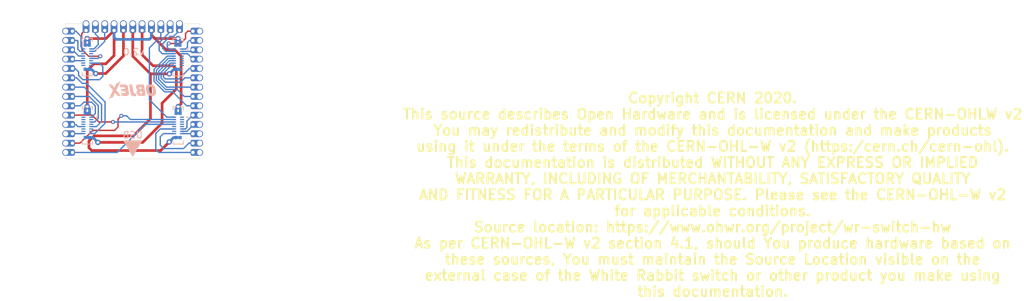
<source format=kicad_pcb>
(kicad_pcb (version 20171130) (host pcbnew "(5.1.10)-1")

  (general
    (thickness 1.6)
    (drawings 41)
    (tracks 278)
    (zones 0)
    (modules 7)
    (nets 69)
  )

  (page A4)
  (title_block
    (title "Socket for OBJEX Link")
    (date 2021-09-16)
    (rev 2.0)
    (company OBJEX)
    (comment 1 "Designer: Salvatore Raccardi")
  )

  (layers
    (0 "(TOP)-RF_and_signals" signal)
    (31 "(BOTTOM)-Signals" signal)
    (32 B.Adhes user)
    (33 F.Adhes user)
    (34 B.Paste user)
    (35 F.Paste user)
    (36 B.SilkS user)
    (37 F.SilkS user)
    (38 B.Mask user)
    (39 F.Mask user)
    (40 Dwgs.User user)
    (41 Cmts.User user)
    (42 Eco1.User user)
    (43 Eco2.User user)
    (44 Edge.Cuts user)
    (45 Margin user)
    (46 B.CrtYd user)
    (47 F.CrtYd user)
    (48 B.Fab user hide)
    (49 F.Fab user hide)
  )

  (setup
    (last_trace_width 0.25)
    (user_trace_width 0.2)
    (user_trace_width 0.3)
    (user_trace_width 0.4)
    (user_trace_width 0.5)
    (trace_clearance 0.15)
    (zone_clearance 0.2)
    (zone_45_only no)
    (trace_min 0.2)
    (via_size 0.8)
    (via_drill 0.4)
    (via_min_size 0.4)
    (via_min_drill 0.3)
    (user_via 0.6 0.3)
    (uvia_size 0.3)
    (uvia_drill 0.1)
    (uvias_allowed no)
    (uvia_min_size 0.2)
    (uvia_min_drill 0.1)
    (edge_width 0.05)
    (segment_width 0.2)
    (pcb_text_width 0.3)
    (pcb_text_size 1.5 1.5)
    (mod_edge_width 0.12)
    (mod_text_size 1 1)
    (mod_text_width 0.15)
    (pad_size 1.524 1.524)
    (pad_drill 0.762)
    (pad_to_mask_clearance 0.051)
    (solder_mask_min_width 0.25)
    (aux_axis_origin 0 0)
    (visible_elements 7FFFFF7F)
    (pcbplotparams
      (layerselection 0x010fc_ffffffff)
      (usegerberextensions true)
      (usegerberattributes false)
      (usegerberadvancedattributes false)
      (creategerberjobfile false)
      (excludeedgelayer true)
      (linewidth 0.100000)
      (plotframeref false)
      (viasonmask false)
      (mode 1)
      (useauxorigin false)
      (hpglpennumber 1)
      (hpglpenspeed 20)
      (hpglpendiameter 15.000000)
      (psnegative false)
      (psa4output false)
      (plotreference true)
      (plotvalue true)
      (plotinvisibletext false)
      (padsonsilk false)
      (subtractmaskfromsilk false)
      (outputformat 1)
      (mirror false)
      (drillshape 0)
      (scaleselection 1)
      (outputdirectory "Gerbers/"))
  )

  (net 0 "")
  (net 1 GND)
  (net 2 +3V3)
  (net 3 +5V)
  (net 4 "Net-(J2-Pad5)")
  (net 5 "Net-(J1-Pad5)")
  (net 6 "Net-(J1-Pad7)")
  (net 7 "Net-(J3-Pad3)")
  (net 8 "Net-(J4-Pad7)")
  (net 9 "Net-(J4-Pad11)")
  (net 10 "Net-(J2-Pad4)")
  (net 11 "Net-(J2-Pad10)")
  (net 12 "Net-(J2-Pad2)")
  (net 13 "Net-(J2-Pad1)")
  (net 14 "Net-(J2-Pad12)")
  (net 15 "Net-(J1-Pad8)")
  (net 16 "Net-(J1-Pad6)")
  (net 17 "Net-(J3-Pad4)")
  (net 18 "Net-(J3-Pad6)")
  (net 19 "Net-(J3-Pad12)")
  (net 20 "Net-(J3-Pad10)")
  (net 21 "Net-(J3-Pad14)")
  (net 22 "Net-(J4-Pad4)")
  (net 23 "Net-(J4-Pad6)")
  (net 24 "Net-(J4-Pad10)")
  (net 25 "Net-(J4-Pad14)")
  (net 26 "Net-(J1-Pad4)")
  (net 27 "Net-(J3-Pad8)")
  (net 28 /IO25)
  (net 29 /IO16)
  (net 30 /IO13)
  (net 31 /IO12)
  (net 32 /IO14)
  (net 33 /IO33)
  (net 34 /IO32)
  (net 35 /IO27)
  (net 36 /VDD_SDIO)
  (net 37 /SIO1)
  (net 38 /IO4)
  (net 39 /IO26)
  (net 40 /IO9)
  (net 41 /PSRAM_CS)
  (net 42 /IO2)
  (net 43 /IO15)
  (net 44 /IO5)
  (net 45 /IO18)
  (net 46 /IO23)
  (net 47 /SCL)
  (net 48 /SDA)
  (net 49 /IO19)
  (net 50 /SIO0)
  (net 51 /SIO2)
  (net 52 /RGB-OUT)
  (net 53 /SCLK)
  (net 54 /SIO3)
  (net 55 "Net-(J4-Pad2)")
  (net 56 "Net-(J4-Pad15)")
  (net 57 "Net-(J4-Pad16)")
  (net 58 "Net-(J4-Pad13)")
  (net 59 "Net-(J3-Pad9)")
  (net 60 /EN)
  (net 61 /IO39)
  (net 62 /IO36)
  (net 63 /PWR_EN)
  (net 64 /IO37)
  (net 65 /IO38)
  (net 66 /GPIO0)
  (net 67 +BATT)
  (net 68 "Net-(J2-Pad3)")

  (net_class Default "This is the default net class."
    (clearance 0.15)
    (trace_width 0.25)
    (via_dia 0.8)
    (via_drill 0.4)
    (uvia_dia 0.3)
    (uvia_drill 0.1)
    (add_net +3V3)
    (add_net +5V)
    (add_net +BATT)
    (add_net /EN)
    (add_net /GPIO0)
    (add_net /IO12)
    (add_net /IO13)
    (add_net /IO14)
    (add_net /IO15)
    (add_net /IO16)
    (add_net /IO18)
    (add_net /IO19)
    (add_net /IO2)
    (add_net /IO23)
    (add_net /IO25)
    (add_net /IO26)
    (add_net /IO27)
    (add_net /IO32)
    (add_net /IO33)
    (add_net /IO36)
    (add_net /IO37)
    (add_net /IO38)
    (add_net /IO39)
    (add_net /IO4)
    (add_net /IO5)
    (add_net /IO9)
    (add_net /PSRAM_CS)
    (add_net /PWR_EN)
    (add_net /RGB-OUT)
    (add_net /SCL)
    (add_net /SCLK)
    (add_net /SDA)
    (add_net /SIO0)
    (add_net /SIO1)
    (add_net /SIO2)
    (add_net /SIO3)
    (add_net /VDD_SDIO)
    (add_net GND)
    (add_net "Net-(J1-Pad4)")
    (add_net "Net-(J1-Pad5)")
    (add_net "Net-(J1-Pad6)")
    (add_net "Net-(J1-Pad7)")
    (add_net "Net-(J1-Pad8)")
    (add_net "Net-(J2-Pad1)")
    (add_net "Net-(J2-Pad10)")
    (add_net "Net-(J2-Pad12)")
    (add_net "Net-(J2-Pad2)")
    (add_net "Net-(J2-Pad3)")
    (add_net "Net-(J2-Pad4)")
    (add_net "Net-(J2-Pad5)")
    (add_net "Net-(J3-Pad10)")
    (add_net "Net-(J3-Pad12)")
    (add_net "Net-(J3-Pad14)")
    (add_net "Net-(J3-Pad3)")
    (add_net "Net-(J3-Pad4)")
    (add_net "Net-(J3-Pad6)")
    (add_net "Net-(J3-Pad8)")
    (add_net "Net-(J3-Pad9)")
    (add_net "Net-(J4-Pad10)")
    (add_net "Net-(J4-Pad11)")
    (add_net "Net-(J4-Pad13)")
    (add_net "Net-(J4-Pad14)")
    (add_net "Net-(J4-Pad15)")
    (add_net "Net-(J4-Pad16)")
    (add_net "Net-(J4-Pad2)")
    (add_net "Net-(J4-Pad4)")
    (add_net "Net-(J4-Pad6)")
    (add_net "Net-(J4-Pad7)")
  )

  (module KicadLibrary:arrow (layer "(BOTTOM)-Signals") (tedit 0) (tstamp 60A04F1E)
    (at 144.018 103.886 180)
    (fp_text reference G*** (at 0 0) (layer B.SilkS) hide
      (effects (font (size 1.524 1.524) (thickness 0.3)) (justify mirror))
    )
    (fp_text value LOGO (at 0.75 0) (layer B.SilkS) hide
      (effects (font (size 1.524 1.524) (thickness 0.3)) (justify mirror))
    )
    (fp_poly (pts (xy 0.238266 1.242768) (xy 0.430883 1.242474) (xy 0.609436 1.242) (xy 0.729246 1.24153)
      (xy 1.443836 1.23825) (xy 0.733883 0.0127) (xy 0.639753 -0.149789) (xy 0.549118 -0.306242)
      (xy 0.462799 -0.455242) (xy 0.381617 -0.595371) (xy 0.306392 -0.725214) (xy 0.237946 -0.843353)
      (xy 0.177099 -0.948372) (xy 0.124673 -1.038854) (xy 0.081487 -1.113382) (xy 0.048363 -1.17054)
      (xy 0.026122 -1.208911) (xy 0.015584 -1.227078) (xy 0.014871 -1.228302) (xy 0.007289 -1.219786)
      (xy -0.012317 -1.190222) (xy -0.043357 -1.140607) (xy -0.085238 -1.071938) (xy -0.137368 -0.985212)
      (xy -0.199156 -0.881426) (xy -0.270009 -0.761578) (xy -0.349337 -0.626664) (xy -0.436547 -0.477681)
      (xy -0.531046 -0.315626) (xy -0.632245 -0.141496) (xy -0.712658 -0.002752) (xy -1.431129 1.23825)
      (xy -0.708237 1.24153) (xy -0.542817 1.242138) (xy -0.358956 1.242567) (xy -0.163154 1.242814)
      (xy 0.038087 1.242881) (xy 0.238266 1.242768)) (layer B.SilkS) (width 0.01))
  )

  (module KicadLibrary:logov2-mini (layer "(BOTTOM)-Signals") (tedit 0) (tstamp 609323BA)
    (at 144.0434 95.2119 180)
    (fp_text reference G*** (at 0 0) (layer B.SilkS) hide
      (effects (font (size 1.524 1.524) (thickness 0.3)) (justify mirror))
    )
    (fp_text value LOGO (at 0.75 0) (layer B.SilkS) hide
      (effects (font (size 1.524 1.524) (thickness 0.3)) (justify mirror))
    )
    (fp_poly (pts (xy 1.871792 1.414476) (xy 1.897969 1.396805) (xy 1.935088 1.370049) (xy 1.957512 1.353356)
      (xy 2.085195 1.268055) (xy 2.219905 1.197721) (xy 2.354563 1.145857) (xy 2.406656 1.131111)
      (xy 2.457463 1.118328) (xy 2.628718 0.775064) (xy 2.671743 0.68928) (xy 2.711272 0.611332)
      (xy 2.745865 0.543996) (xy 2.774077 0.490047) (xy 2.794468 0.452263) (xy 2.805594 0.433418)
      (xy 2.807092 0.4318) (xy 2.816001 0.441799) (xy 2.837179 0.469867) (xy 2.868548 0.513119)
      (xy 2.908029 0.568664) (xy 2.953543 0.633616) (xy 2.98508 0.679079) (xy 3.15595 0.926358)
      (xy 3.401174 0.926729) (xy 3.488629 0.92653) (xy 3.553292 0.925517) (xy 3.597764 0.923519)
      (xy 3.624647 0.920365) (xy 3.636539 0.915883) (xy 3.637006 0.911226) (xy 3.627432 0.897975)
      (xy 3.604057 0.866833) (xy 3.568581 0.820028) (xy 3.522702 0.759791) (xy 3.468121 0.68835)
      (xy 3.406536 0.607937) (xy 3.339646 0.52078) (xy 3.314842 0.488503) (xy 3.246474 0.399499)
      (xy 3.182797 0.316463) (xy 3.125513 0.241622) (xy 3.07632 0.177204) (xy 3.036918 0.125434)
      (xy 3.009008 0.088541) (xy 2.994287 0.068751) (xy 2.992551 0.066253) (xy 2.995932 0.051842)
      (xy 3.009596 0.016198) (xy 3.032805 -0.039028) (xy 3.064823 -0.112184) (xy 3.104916 -0.201617)
      (xy 3.152348 -0.305675) (xy 3.206381 -0.422705) (xy 3.266282 -0.551056) (xy 3.288725 -0.598832)
      (xy 3.345051 -0.718712) (xy 3.397902 -0.831528) (xy 3.446326 -0.935226) (xy 3.489369 -1.027747)
      (xy 3.526079 -1.107036) (xy 3.555503 -1.171036) (xy 3.576689 -1.217692) (xy 3.588683 -1.244946)
      (xy 3.591084 -1.251411) (xy 3.579882 -1.246108) (xy 3.553114 -1.229448) (xy 3.515979 -1.204707)
      (xy 3.5052 -1.197308) (xy 3.43811 -1.15538) (xy 3.355049 -1.110094) (xy 3.264339 -1.065511)
      (xy 3.174299 -1.025692) (xy 3.093252 -0.994698) (xy 3.082958 -0.991249) (xy 2.997266 -0.963151)
      (xy 2.892575 -0.7451) (xy 2.854644 -0.666159) (xy 2.815723 -0.585261) (xy 2.779004 -0.509038)
      (xy 2.747682 -0.444118) (xy 2.729664 -0.406859) (xy 2.671444 -0.286669) (xy 2.502472 -0.524334)
      (xy 2.3335 -0.762) (xy 1.83977 -0.762) (xy 1.864771 -0.727075) (xy 1.878009 -0.709371)
      (xy 1.904927 -0.674015) (xy 1.943655 -0.62344) (xy 1.992326 -0.560079) (xy 2.04907 -0.486364)
      (xy 2.112017 -0.404728) (xy 2.179299 -0.317604) (xy 2.189196 -0.3048) (xy 2.255815 -0.218292)
      (xy 2.31727 -0.137862) (xy 2.371877 -0.065762) (xy 2.41795 -0.004244) (xy 2.453805 0.044438)
      (xy 2.477756 0.078032) (xy 2.488118 0.094285) (xy 2.488412 0.09525) (xy 2.483008 0.108728)
      (xy 2.467529 0.142996) (xy 2.442957 0.195977) (xy 2.410272 0.265597) (xy 2.370456 0.349777)
      (xy 2.324492 0.446441) (xy 2.27336 0.553512) (xy 2.218041 0.668915) (xy 2.173281 0.762)
      (xy 2.115543 0.882078) (xy 2.061322 0.99516) (xy 2.011585 1.099207) (xy 1.967301 1.192177)
      (xy 1.929437 1.272032) (xy 1.898962 1.336731) (xy 1.876843 1.384233) (xy 1.864049 1.412498)
      (xy 1.861166 1.41988) (xy 1.871792 1.414476)) (layer B.SilkS) (width 0.01))
    (fp_poly (pts (xy 0.461929 0.263525) (xy 0.441361 0.134315) (xy 0.421333 0.010748) (xy 0.402299 -0.104528)
      (xy 0.384714 -0.208863) (xy 0.36903 -0.29961) (xy 0.355701 -0.374121) (xy 0.345181 -0.429748)
      (xy 0.337923 -0.463843) (xy 0.336244 -0.470178) (xy 0.296324 -0.565197) (xy 0.238476 -0.649318)
      (xy 0.166482 -0.718446) (xy 0.084126 -0.768492) (xy 0.047064 -0.782931) (xy 0.014064 -0.790081)
      (xy -0.03618 -0.796575) (xy -0.098618 -0.802202) (xy -0.168196 -0.806753) (xy -0.239864 -0.810018)
      (xy -0.30857 -0.811786) (xy -0.369262 -0.811849) (xy -0.416888 -0.809997) (xy -0.446396 -0.806018)
      (xy -0.45216 -0.803671) (xy -0.455756 -0.797456) (xy -0.45708 -0.783734) (xy -0.455798 -0.76008)
      (xy -0.451576 -0.724067) (xy -0.444079 -0.673267) (xy -0.432973 -0.605253) (xy -0.417924 -0.517598)
      (xy -0.398597 -0.407875) (xy -0.394326 -0.383836) (xy -0.3823 -0.382456) (xy -0.350721 -0.381779)
      (xy -0.305428 -0.381892) (xy -0.284468 -0.382183) (xy -0.215226 -0.38051) (xy -0.165327 -0.371054)
      (xy -0.129265 -0.35129) (xy -0.101531 -0.318692) (xy -0.086279 -0.29128) (xy -0.081124 -0.272637)
      (xy -0.072573 -0.231995) (xy -0.061141 -0.172454) (xy -0.047348 -0.097111) (xy -0.031708 -0.009066)
      (xy -0.014739 0.088583) (xy 0.003041 0.192738) (xy 0.021116 0.3003) (xy 0.038969 0.40817)
      (xy 0.056083 0.513251) (xy 0.07194 0.612443) (xy 0.086025 0.702648) (xy 0.097819 0.780768)
      (xy 0.106806 0.843704) (xy 0.112469 0.888358) (xy 0.1143 0.910862) (xy 0.119974 0.916949)
      (xy 0.13884 0.921411) (xy 0.173658 0.924447) (xy 0.227191 0.926255) (xy 0.3022 0.927033)
      (xy 0.340451 0.9271) (xy 0.566602 0.9271) (xy 0.461929 0.263525)) (layer B.SilkS) (width 0.01))
    (fp_poly (pts (xy -2.458127 0.933812) (xy -2.334347 0.916716) (xy -2.230801 0.887399) (xy -2.146125 0.845185)
      (xy -2.078958 0.7894) (xy -2.027938 0.719369) (xy -1.992308 0.636314) (xy -1.977957 0.574865)
      (xy -1.967074 0.494574) (xy -1.959953 0.4018) (xy -1.95689 0.302901) (xy -1.958181 0.204236)
      (xy -1.96412 0.112165) (xy -1.966805 0.087181) (xy -1.990731 -0.063843) (xy -2.024853 -0.205505)
      (xy -2.067937 -0.334502) (xy -2.118749 -0.447529) (xy -2.176057 -0.541281) (xy -2.221923 -0.596306)
      (xy -2.295962 -0.65733) (xy -2.389531 -0.710124) (xy -2.497322 -0.751788) (xy -2.517543 -0.757802)
      (xy -2.551356 -0.764089) (xy -2.603967 -0.769975) (xy -2.669682 -0.775207) (xy -2.742807 -0.779533)
      (xy -2.817647 -0.782699) (xy -2.888509 -0.784453) (xy -2.9497 -0.784541) (xy -2.995524 -0.78271)
      (xy -3.01625 -0.779958) (xy -3.100846 -0.758244) (xy -3.165837 -0.737549) (xy -3.216774 -0.715378)
      (xy -3.25921 -0.689233) (xy -3.298694 -0.656617) (xy -3.306273 -0.649528) (xy -3.356144 -0.592436)
      (xy -3.394068 -0.525686) (xy -3.420997 -0.446031) (xy -3.437884 -0.350225) (xy -3.445679 -0.235023)
      (xy -3.44647 -0.17145) (xy -3.443924 -0.112441) (xy -3.00526 -0.112441) (xy -3.004828 -0.199924)
      (xy -2.992798 -0.268692) (xy -2.969143 -0.320053) (xy -2.96211 -0.329474) (xy -2.922654 -0.360141)
      (xy -2.865882 -0.381185) (xy -2.798427 -0.391453) (xy -2.726917 -0.389791) (xy -2.67335 -0.379682)
      (xy -2.617144 -0.357361) (xy -2.569159 -0.321965) (xy -2.527685 -0.27095) (xy -2.491012 -0.201772)
      (xy -2.457428 -0.111885) (xy -2.430231 -0.018047) (xy -2.41354 0.059399) (xy -2.401686 0.14349)
      (xy -2.394826 0.228775) (xy -2.393115 0.309806) (xy -2.396708 0.381133) (xy -2.405762 0.437306)
      (xy -2.41639 0.466511) (xy -2.454104 0.510743) (xy -2.507512 0.540192) (xy -2.571656 0.554863)
      (xy -2.641581 0.554762) (xy -2.712328 0.539893) (xy -2.778941 0.510262) (xy -2.836247 0.466088)
      (xy -2.87049 0.424602) (xy -2.89983 0.372483) (xy -2.925753 0.305971) (xy -2.949745 0.221305)
      (xy -2.971438 0.123903) (xy -2.994121 -0.004934) (xy -3.00526 -0.112441) (xy -3.443924 -0.112441)
      (xy -3.43903 0.000955) (xy -3.417946 0.165949) (xy -3.384104 0.320579) (xy -3.338387 0.461891)
      (xy -3.281678 0.586932) (xy -3.214863 0.692748) (xy -3.172749 0.743162) (xy -3.098228 0.811297)
      (xy -3.015073 0.86373) (xy -2.920122 0.901554) (xy -2.810209 0.925858) (xy -2.682171 0.937734)
      (xy -2.6035 0.939362) (xy -2.458127 0.933812)) (layer B.SilkS) (width 0.01))
    (fp_poly (pts (xy 1.275914 0.931166) (xy 1.344167 0.92989) (xy 1.422844 0.928059) (xy 1.508199 0.925789)
      (xy 1.596488 0.923199) (xy 1.683966 0.920405) (xy 1.766887 0.917526) (xy 1.841506 0.914678)
      (xy 1.904078 0.911979) (xy 1.950859 0.909546) (xy 1.978102 0.907498) (xy 1.983438 0.906556)
      (xy 1.983752 0.892999) (xy 1.978187 0.860016) (xy 1.96774 0.812633) (xy 1.954145 0.758655)
      (xy 1.93769 0.696611) (xy 1.922391 0.638826) (xy 1.910156 0.592515) (xy 1.903792 0.568325)
      (xy 1.89132 0.5207) (xy 1.590185 0.520513) (xy 1.480837 0.519939) (xy 1.395104 0.518311)
      (xy 1.33122 0.515544) (xy 1.287418 0.511555) (xy 1.261932 0.506258) (xy 1.257995 0.50461)
      (xy 1.219584 0.471585) (xy 1.190965 0.418213) (xy 1.174198 0.348341) (xy 1.174165 0.348094)
      (xy 1.165663 0.283438) (xy 1.309906 0.275127) (xy 1.386078 0.271588) (xy 1.474416 0.268787)
      (xy 1.561688 0.267092) (xy 1.609725 0.266758) (xy 1.679313 0.266016) (xy 1.726415 0.263654)
      (xy 1.753909 0.259377) (xy 1.764673 0.25289) (xy 1.765088 0.250825) (xy 1.761761 0.231902)
      (xy 1.753039 0.195255) (xy 1.740483 0.146542) (xy 1.725653 0.091422) (xy 1.710111 0.035554)
      (xy 1.695417 -0.015406) (xy 1.683131 -0.055798) (xy 1.674816 -0.079964) (xy 1.672687 -0.084145)
      (xy 1.65847 -0.086652) (xy 1.622598 -0.08973) (xy 1.568804 -0.093153) (xy 1.500819 -0.096697)
      (xy 1.422376 -0.100134) (xy 1.3843 -0.1016) (xy 1.302583 -0.104791) (xy 1.229852 -0.107978)
      (xy 1.169783 -0.11097) (xy 1.126052 -0.113578) (xy 1.102334 -0.115613) (xy 1.099156 -0.116306)
      (xy 1.095132 -0.130175) (xy 1.088705 -0.161557) (xy 1.083124 -0.192849) (xy 1.078756 -0.26173)
      (xy 1.091395 -0.313646) (xy 1.120675 -0.34749) (xy 1.136904 -0.355696) (xy 1.159036 -0.359349)
      (xy 1.202781 -0.362561) (xy 1.264355 -0.365192) (xy 1.339973 -0.3671) (xy 1.425849 -0.368144)
      (xy 1.475403 -0.3683) (xy 1.780753 -0.3683) (xy 1.773713 -0.396875) (xy 1.768294 -0.420104)
      (xy 1.758764 -0.462142) (xy 1.746474 -0.516995) (xy 1.732955 -0.57785) (xy 1.719358 -0.637079)
      (xy 1.70697 -0.687007) (xy 1.697122 -0.722526) (xy 1.691147 -0.738529) (xy 1.690993 -0.738706)
      (xy 1.676085 -0.742278) (xy 1.639861 -0.746855) (xy 1.586374 -0.752152) (xy 1.519673 -0.757884)
      (xy 1.443812 -0.763766) (xy 1.36284 -0.769513) (xy 1.280811 -0.77484) (xy 1.201775 -0.779462)
      (xy 1.129783 -0.783094) (xy 1.068889 -0.785451) (xy 1.023142 -0.786248) (xy 1.016 -0.786192)
      (xy 0.961412 -0.783963) (xy 0.909916 -0.779413) (xy 0.872712 -0.773536) (xy 0.784884 -0.742415)
      (xy 0.715635 -0.694427) (xy 0.663874 -0.628776) (xy 0.656813 -0.61595) (xy 0.643001 -0.585052)
      (xy 0.632809 -0.550489) (xy 0.626363 -0.509904) (xy 0.623789 -0.460941) (xy 0.625214 -0.401243)
      (xy 0.630763 -0.328454) (xy 0.640563 -0.240218) (xy 0.654739 -0.134179) (xy 0.673417 -0.007979)
      (xy 0.696724 0.140736) (xy 0.697573 0.14605) (xy 0.717483 0.270107) (xy 0.734108 0.371888)
      (xy 0.748049 0.454217) (xy 0.759907 0.51992) (xy 0.770286 0.571821) (xy 0.779786 0.612745)
      (xy 0.789009 0.645517) (xy 0.798558 0.672962) (xy 0.809035 0.697904) (xy 0.820164 0.721384)
      (xy 0.870127 0.801064) (xy 0.933013 0.860882) (xy 1.010666 0.901898) (xy 1.104928 0.925173)
      (xy 1.18566 0.931579) (xy 1.22183 0.931768) (xy 1.275914 0.931166)) (layer B.SilkS) (width 0.01))
    (fp_poly (pts (xy -1.304594 0.925438) (xy -1.183545 0.924622) (xy -1.171575 0.924524) (xy -0.71755 0.92075)
      (xy -0.637645 0.883853) (xy -0.571551 0.847731) (xy -0.524018 0.806845) (xy -0.492942 0.757032)
      (xy -0.47622 0.694127) (xy -0.471747 0.613968) (xy -0.473834 0.559588) (xy -0.479662 0.496864)
      (xy -0.48872 0.434831) (xy -0.499379 0.383943) (xy -0.503325 0.37027) (xy -0.53796 0.298537)
      (xy -0.591691 0.230097) (xy -0.65845 0.171711) (xy -0.709483 0.140545) (xy -0.780322 0.104725)
      (xy -0.713459 0.075961) (xy -0.640091 0.031941) (xy -0.585266 -0.027995) (xy -0.551014 -0.101435)
      (xy -0.54554 -0.123349) (xy -0.538762 -0.186784) (xy -0.540336 -0.263186) (xy -0.549127 -0.345477)
      (xy -0.564 -0.426579) (xy -0.583818 -0.499415) (xy -0.607446 -0.556906) (xy -0.617894 -0.574286)
      (xy -0.668293 -0.627914) (xy -0.7403 -0.676469) (xy -0.830276 -0.717688) (xy -0.870511 -0.731623)
      (xy -0.896158 -0.739548) (xy -0.920049 -0.745959) (xy -0.945131 -0.751018) (xy -0.974354 -0.754883)
      (xy -1.010665 -0.757716) (xy -1.057013 -0.759676) (xy -1.116347 -0.760924) (xy -1.191615 -0.76162)
      (xy -1.285765 -0.761925) (xy -1.401745 -0.761998) (xy -1.429234 -0.762) (xy -1.555178 -0.76182)
      (xy -1.657705 -0.761235) (xy -1.738798 -0.760177) (xy -1.800438 -0.758578) (xy -1.844608 -0.756371)
      (xy -1.873289 -0.753486) (xy -1.888463 -0.749857) (xy -1.892222 -0.746125) (xy -1.890202 -0.731144)
      (xy -1.884399 -0.693239) (xy -1.875158 -0.634547) (xy -1.862822 -0.557205) (xy -1.847736 -0.463352)
      (xy -1.837374 -0.399243) (xy -1.397 -0.399243) (xy -1.393785 -0.407465) (xy -1.38158 -0.413098)
      (xy -1.356544 -0.416603) (xy -1.314837 -0.418442) (xy -1.25262 -0.419075) (xy -1.231714 -0.4191)
      (xy -1.066427 -0.4191) (xy -1.021235 -0.377683) (xy -0.995145 -0.350882) (xy -0.980279 -0.324621)
      (xy -0.972309 -0.288992) (xy -0.968943 -0.257982) (xy -0.965868 -0.213842) (xy -0.968125 -0.18632)
      (xy -0.977897 -0.166828) (xy -0.997127 -0.146998) (xy -1.012859 -0.133499) (xy -1.02901 -0.124339)
      (xy -1.050637 -0.11868) (xy -1.082799 -0.11568) (xy -1.130555 -0.1145) (xy -1.194062 -0.1143)
      (xy -1.355714 -0.1143) (xy -1.376357 -0.246843) (xy -1.384938 -0.303743) (xy -1.391774 -0.352519)
      (xy -1.396021 -0.386925) (xy -1.397 -0.399243) (xy -1.837374 -0.399243) (xy -1.830243 -0.355125)
      (xy -1.810687 -0.234662) (xy -1.789413 -0.104101) (xy -1.766764 0.034422) (xy -1.758877 0.08255)
      (xy -1.735841 0.223295) (xy -1.72721 0.276225) (xy -1.295305 0.276225) (xy -1.293009 0.266786)
      (xy -1.28327 0.260452) (xy -1.261954 0.256617) (xy -1.224929 0.254679) (xy -1.168061 0.254033)
      (xy -1.143201 0.254) (xy -1.078578 0.254241) (xy -1.03397 0.255625) (xy -1.003992 0.259144)
      (xy -0.983259 0.265791) (xy -0.966386 0.276558) (xy -0.951452 0.289337) (xy -0.922573 0.32287)
      (xy -0.908199 0.363635) (xy -0.905235 0.383832) (xy -0.901894 0.437158) (xy -0.907641 0.476296)
      (xy -0.925466 0.503355) (xy -0.958358 0.520443) (xy -1.009306 0.529671) (xy -1.081299 0.533148)
      (xy -1.117189 0.5334) (xy -1.255282 0.5334) (xy -1.262397 0.498475) (xy -1.27007 0.457072)
      (xy -1.278362 0.406602) (xy -1.286092 0.355051) (xy -1.292077 0.310403) (xy -1.295134 0.280643)
      (xy -1.295305 0.276225) (xy -1.72721 0.276225) (xy -1.714067 0.356815) (xy -1.693897 0.480971)
      (xy -1.675676 0.593624) (xy -1.659747 0.692633) (xy -1.646456 0.775859) (xy -1.636144 0.841162)
      (xy -1.629157 0.886402) (xy -1.625838 0.909439) (xy -1.625606 0.911824) (xy -1.621189 0.916257)
      (xy -1.606518 0.919762) (xy -1.579456 0.922397) (xy -1.537869 0.924222) (xy -1.47962 0.925298)
      (xy -1.402573 0.925683) (xy -1.304594 0.925438)) (layer B.SilkS) (width 0.01))
  )

  (module "Connector_Hirose:BM28B0.6-16DP-2-0.35V(51)" (layer "(BOTTOM)-Signals") (tedit 603695F7) (tstamp 60371288)
    (at 147.7899 90.1954 270)
    (path /60369C04)
    (fp_text reference J1 (at 0 -0.5 90) (layer B.Fab)
      (effects (font (size 1 1) (thickness 0.15)) (justify mirror))
    )
    (fp_text value "BM28B0.6-16DP_2-0.35V(51)" (at 0 0.5 90) (layer B.Fab)
      (effects (font (size 1 1) (thickness 0.15)) (justify mirror))
    )
    (fp_line (start 2.794 -3.7465) (end 2.794 -2.2225) (layer B.SilkS) (width 0.12))
    (fp_line (start 2.794 -2.2225) (end 2.3495 -2.2225) (layer B.SilkS) (width 0.12))
    (fp_line (start 2.3495 -3.7465) (end 2.794 -3.7465) (layer B.SilkS) (width 0.12))
    (fp_line (start -2.794 -3.7465) (end -2.3495 -3.7465) (layer B.SilkS) (width 0.12))
    (fp_line (start -2.794 -2.2225) (end -2.794 -3.7465) (layer B.SilkS) (width 0.12))
    (fp_line (start -2.3495 -2.2225) (end -2.794 -2.2225) (layer B.SilkS) (width 0.12))
    (fp_circle (center -1.2192 -4.38404) (end -1.19888 -4.43484) (layer B.SilkS) (width 0.12))
    (pad 1 smd rect (at -1.22174 -3.56362 270) (size 0.18 0.615) (layers "(BOTTOM)-Signals" B.Paste B.Mask)
      (net 28 /IO25))
    (pad 18 smd rect (at -1.80916 -3.302 270) (size 0.52 0.4) (layers "(BOTTOM)-Signals" B.Paste B.Mask)
      (net 1 GND))
    (pad 2 smd rect (at -0.86524 -3.56362 270) (size 0.18 0.615) (layers "(BOTTOM)-Signals" B.Paste B.Mask)
      (net 29 /IO16))
    (pad 4 smd rect (at -0.16524 -3.56362 270) (size 0.18 0.615) (layers "(BOTTOM)-Signals" B.Paste B.Mask)
      (net 26 "Net-(J1-Pad4)"))
    (pad 3 smd rect (at -0.51524 -3.56362 270) (size 0.18 0.615) (layers "(BOTTOM)-Signals" B.Paste B.Mask)
      (net 30 /IO13))
    (pad 8 smd rect (at 1.23476 -3.56362 270) (size 0.18 0.615) (layers "(BOTTOM)-Signals" B.Paste B.Mask)
      (net 15 "Net-(J1-Pad8)"))
    (pad 6 smd rect (at 0.53476 -3.56362 270) (size 0.18 0.615) (layers "(BOTTOM)-Signals" B.Paste B.Mask)
      (net 16 "Net-(J1-Pad6)"))
    (pad 5 smd rect (at 0.18476 -3.56362 270) (size 0.18 0.615) (layers "(BOTTOM)-Signals" B.Paste B.Mask)
      (net 5 "Net-(J1-Pad5)"))
    (pad 7 smd rect (at 0.88476 -3.56362 270) (size 0.18 0.615) (layers "(BOTTOM)-Signals" B.Paste B.Mask)
      (net 6 "Net-(J1-Pad7)"))
    (pad 19 smd rect (at 1.82046 -3.30454 270) (size 0.52 0.4) (layers "(BOTTOM)-Signals" B.Paste B.Mask)
      (net 2 +3V3))
    (pad 17 smd rect (at -1.80916 -2.6416 90) (size 0.52 0.4) (layers "(BOTTOM)-Signals" B.Paste B.Mask)
      (net 1 GND))
    (pad 20 smd rect (at 1.82046 -2.64414 90) (size 0.52 0.4) (layers "(BOTTOM)-Signals" B.Paste B.Mask)
      (net 2 +3V3))
    (pad 12 smd rect (at 0.18476 -2.37998 270) (size 0.18 0.615) (layers "(BOTTOM)-Signals" B.Paste B.Mask)
      (net 60 /EN))
    (pad 9 smd rect (at 1.23476 -2.37998 270) (size 0.18 0.615) (layers "(BOTTOM)-Signals" B.Paste B.Mask)
      (net 31 /IO12))
    (pad 11 smd rect (at 0.53476 -2.37998 270) (size 0.18 0.615) (layers "(BOTTOM)-Signals" B.Paste B.Mask)
      (net 32 /IO14))
    (pad 15 smd rect (at -0.86524 -2.37998 270) (size 0.18 0.615) (layers "(BOTTOM)-Signals" B.Paste B.Mask)
      (net 33 /IO33))
    (pad 16 smd rect (at -1.22174 -2.37998 270) (size 0.18 0.615) (layers "(BOTTOM)-Signals" B.Paste B.Mask)
      (net 34 /IO32))
    (pad 13 smd rect (at -0.16524 -2.37998 270) (size 0.18 0.615) (layers "(BOTTOM)-Signals" B.Paste B.Mask)
      (net 35 /IO27))
    (pad 10 smd rect (at 0.88476 -2.37998 270) (size 0.18 0.615) (layers "(BOTTOM)-Signals" B.Paste B.Mask)
      (net 61 /IO39))
    (pad 14 smd rect (at -0.51524 -2.37998 270) (size 0.18 0.615) (layers "(BOTTOM)-Signals" B.Paste B.Mask)
      (net 62 /IO36))
    (model E:/KicadLibrary/3D/BM28-16DP.stp
      (offset (xyz 0 -2.95 0))
      (scale (xyz 1 1 1))
      (rotate (xyz 0 0 0))
    )
  )

  (module "Connector_Hirose:BM28B0.6-16DP-2-0.35V(51)" (layer "(BOTTOM)-Signals") (tedit 603695F7) (tstamp 60394D20)
    (at 147.8153 100.4062 270)
    (path /6037FDEF)
    (fp_text reference J2 (at 0 -0.5 90) (layer B.Fab)
      (effects (font (size 1 1) (thickness 0.15)) (justify mirror))
    )
    (fp_text value "BM28B0.6-16DP_2-0.35V(51)" (at 0 0.5 90) (layer B.Fab)
      (effects (font (size 1 1) (thickness 0.15)) (justify mirror))
    )
    (fp_circle (center -1.2192 -4.38404) (end -1.19888 -4.43484) (layer B.SilkS) (width 0.12))
    (fp_line (start -2.3495 -2.2225) (end -2.794 -2.2225) (layer B.SilkS) (width 0.12))
    (fp_line (start -2.794 -2.2225) (end -2.794 -3.7465) (layer B.SilkS) (width 0.12))
    (fp_line (start -2.794 -3.7465) (end -2.3495 -3.7465) (layer B.SilkS) (width 0.12))
    (fp_line (start 2.3495 -3.7465) (end 2.794 -3.7465) (layer B.SilkS) (width 0.12))
    (fp_line (start 2.794 -2.2225) (end 2.3495 -2.2225) (layer B.SilkS) (width 0.12))
    (fp_line (start 2.794 -3.7465) (end 2.794 -2.2225) (layer B.SilkS) (width 0.12))
    (pad 14 smd rect (at -0.51524 -2.37998 270) (size 0.18 0.615) (layers "(BOTTOM)-Signals" B.Paste B.Mask)
      (net 36 /VDD_SDIO))
    (pad 10 smd rect (at 0.88476 -2.37998 270) (size 0.18 0.615) (layers "(BOTTOM)-Signals" B.Paste B.Mask)
      (net 11 "Net-(J2-Pad10)"))
    (pad 13 smd rect (at -0.16524 -2.37998 270) (size 0.18 0.615) (layers "(BOTTOM)-Signals" B.Paste B.Mask)
      (net 37 /SIO1))
    (pad 16 smd rect (at -1.22174 -2.37998 270) (size 0.18 0.615) (layers "(BOTTOM)-Signals" B.Paste B.Mask)
      (net 38 /IO4))
    (pad 15 smd rect (at -0.86524 -2.37998 270) (size 0.18 0.615) (layers "(BOTTOM)-Signals" B.Paste B.Mask)
      (net 39 /IO26))
    (pad 11 smd rect (at 0.53476 -2.37998 270) (size 0.18 0.615) (layers "(BOTTOM)-Signals" B.Paste B.Mask)
      (net 40 /IO9))
    (pad 9 smd rect (at 1.23476 -2.37998 270) (size 0.18 0.615) (layers "(BOTTOM)-Signals" B.Paste B.Mask)
      (net 41 /PSRAM_CS))
    (pad 12 smd rect (at 0.18476 -2.37998 270) (size 0.18 0.615) (layers "(BOTTOM)-Signals" B.Paste B.Mask)
      (net 14 "Net-(J2-Pad12)"))
    (pad 20 smd rect (at 1.82046 -2.64414 90) (size 0.52 0.4) (layers "(BOTTOM)-Signals" B.Paste B.Mask)
      (net 2 +3V3))
    (pad 17 smd rect (at -1.80916 -2.6416 90) (size 0.52 0.4) (layers "(BOTTOM)-Signals" B.Paste B.Mask)
      (net 1 GND))
    (pad 19 smd rect (at 1.82046 -3.30454 270) (size 0.52 0.4) (layers "(BOTTOM)-Signals" B.Paste B.Mask)
      (net 2 +3V3))
    (pad 7 smd rect (at 0.88476 -3.56362 270) (size 0.18 0.615) (layers "(BOTTOM)-Signals" B.Paste B.Mask)
      (net 42 /IO2))
    (pad 5 smd rect (at 0.18476 -3.56362 270) (size 0.18 0.615) (layers "(BOTTOM)-Signals" B.Paste B.Mask)
      (net 4 "Net-(J2-Pad5)"))
    (pad 6 smd rect (at 0.53476 -3.56362 270) (size 0.18 0.615) (layers "(BOTTOM)-Signals" B.Paste B.Mask)
      (net 63 /PWR_EN))
    (pad 8 smd rect (at 1.23476 -3.56362 270) (size 0.18 0.615) (layers "(BOTTOM)-Signals" B.Paste B.Mask)
      (net 43 /IO15))
    (pad 3 smd rect (at -0.51524 -3.56362 270) (size 0.18 0.615) (layers "(BOTTOM)-Signals" B.Paste B.Mask)
      (net 68 "Net-(J2-Pad3)"))
    (pad 4 smd rect (at -0.16524 -3.56362 270) (size 0.18 0.615) (layers "(BOTTOM)-Signals" B.Paste B.Mask)
      (net 10 "Net-(J2-Pad4)"))
    (pad 2 smd rect (at -0.86524 -3.56362 270) (size 0.18 0.615) (layers "(BOTTOM)-Signals" B.Paste B.Mask)
      (net 12 "Net-(J2-Pad2)"))
    (pad 18 smd rect (at -1.80916 -3.302 270) (size 0.52 0.4) (layers "(BOTTOM)-Signals" B.Paste B.Mask)
      (net 1 GND))
    (pad 1 smd rect (at -1.22174 -3.56362 270) (size 0.18 0.615) (layers "(BOTTOM)-Signals" B.Paste B.Mask)
      (net 13 "Net-(J2-Pad1)"))
    (model E:/KicadLibrary/3D/BM28-16DP.stp
      (offset (xyz 0 -2.95 0))
      (scale (xyz 1 1 1))
      (rotate (xyz 0 0 0))
    )
  )

  (module "Connector_Hirose:BM28B0.6-16DP-2-0.35V(51)" (layer "(BOTTOM)-Signals") (tedit 603695F7) (tstamp 60394D3F)
    (at 134.2263 90.1827 270)
    (path /6037E454)
    (fp_text reference J3 (at 0 -0.5 90) (layer B.Fab)
      (effects (font (size 1 1) (thickness 0.15)) (justify mirror))
    )
    (fp_text value "BM28B0.6-16DP_2-0.35V(51)" (at 0 0.5 90) (layer B.Fab)
      (effects (font (size 1 1) (thickness 0.15)) (justify mirror))
    )
    (fp_line (start 2.794 -3.7465) (end 2.794 -2.2225) (layer B.SilkS) (width 0.12))
    (fp_line (start 2.794 -2.2225) (end 2.3495 -2.2225) (layer B.SilkS) (width 0.12))
    (fp_line (start 2.3495 -3.7465) (end 2.794 -3.7465) (layer B.SilkS) (width 0.12))
    (fp_line (start -2.794 -3.7465) (end -2.3495 -3.7465) (layer B.SilkS) (width 0.12))
    (fp_line (start -2.794 -2.2225) (end -2.794 -3.7465) (layer B.SilkS) (width 0.12))
    (fp_line (start -2.3495 -2.2225) (end -2.794 -2.2225) (layer B.SilkS) (width 0.12))
    (fp_circle (center -1.2192 -4.38404) (end -1.19888 -4.43484) (layer B.SilkS) (width 0.12))
    (pad 1 smd rect (at -1.22174 -3.56362 270) (size 0.18 0.615) (layers "(BOTTOM)-Signals" B.Paste B.Mask)
      (net 64 /IO37))
    (pad 18 smd rect (at -1.80916 -3.302 270) (size 0.52 0.4) (layers "(BOTTOM)-Signals" B.Paste B.Mask)
      (net 1 GND))
    (pad 2 smd rect (at -0.86524 -3.56362 270) (size 0.18 0.615) (layers "(BOTTOM)-Signals" B.Paste B.Mask)
      (net 44 /IO5))
    (pad 4 smd rect (at -0.16524 -3.56362 270) (size 0.18 0.615) (layers "(BOTTOM)-Signals" B.Paste B.Mask)
      (net 17 "Net-(J3-Pad4)"))
    (pad 3 smd rect (at -0.51524 -3.56362 270) (size 0.18 0.615) (layers "(BOTTOM)-Signals" B.Paste B.Mask)
      (net 7 "Net-(J3-Pad3)"))
    (pad 8 smd rect (at 1.23476 -3.56362 270) (size 0.18 0.615) (layers "(BOTTOM)-Signals" B.Paste B.Mask)
      (net 27 "Net-(J3-Pad8)"))
    (pad 6 smd rect (at 0.53476 -3.56362 270) (size 0.18 0.615) (layers "(BOTTOM)-Signals" B.Paste B.Mask)
      (net 18 "Net-(J3-Pad6)"))
    (pad 5 smd rect (at 0.18476 -3.56362 270) (size 0.18 0.615) (layers "(BOTTOM)-Signals" B.Paste B.Mask)
      (net 65 /IO38))
    (pad 7 smd rect (at 0.88476 -3.56362 270) (size 0.18 0.615) (layers "(BOTTOM)-Signals" B.Paste B.Mask)
      (net 45 /IO18))
    (pad 19 smd rect (at 1.82046 -3.30454 270) (size 0.52 0.4) (layers "(BOTTOM)-Signals" B.Paste B.Mask)
      (net 3 +5V))
    (pad 17 smd rect (at -1.80916 -2.6416 90) (size 0.52 0.4) (layers "(BOTTOM)-Signals" B.Paste B.Mask)
      (net 1 GND))
    (pad 20 smd rect (at 1.82046 -2.64414 90) (size 0.52 0.4) (layers "(BOTTOM)-Signals" B.Paste B.Mask)
      (net 3 +5V))
    (pad 12 smd rect (at 0.18476 -2.37998 270) (size 0.18 0.615) (layers "(BOTTOM)-Signals" B.Paste B.Mask)
      (net 19 "Net-(J3-Pad12)"))
    (pad 9 smd rect (at 1.23476 -2.37998 270) (size 0.18 0.615) (layers "(BOTTOM)-Signals" B.Paste B.Mask)
      (net 59 "Net-(J3-Pad9)"))
    (pad 11 smd rect (at 0.53476 -2.37998 270) (size 0.18 0.615) (layers "(BOTTOM)-Signals" B.Paste B.Mask)
      (net 66 /GPIO0))
    (pad 15 smd rect (at -0.86524 -2.37998 270) (size 0.18 0.615) (layers "(BOTTOM)-Signals" B.Paste B.Mask)
      (net 47 /SCL))
    (pad 16 smd rect (at -1.22174 -2.37998 270) (size 0.18 0.615) (layers "(BOTTOM)-Signals" B.Paste B.Mask)
      (net 48 /SDA))
    (pad 13 smd rect (at -0.16524 -2.37998 270) (size 0.18 0.615) (layers "(BOTTOM)-Signals" B.Paste B.Mask)
      (net 49 /IO19))
    (pad 10 smd rect (at 0.88476 -2.37998 270) (size 0.18 0.615) (layers "(BOTTOM)-Signals" B.Paste B.Mask)
      (net 20 "Net-(J3-Pad10)"))
    (pad 14 smd rect (at -0.51524 -2.37998 270) (size 0.18 0.615) (layers "(BOTTOM)-Signals" B.Paste B.Mask)
      (net 21 "Net-(J3-Pad14)"))
    (model E:/KicadLibrary/3D/BM28-16DP.stp
      (offset (xyz 0 -2.95 0))
      (scale (xyz 1 1 1))
      (rotate (xyz 0 0 0))
    )
  )

  (module "Connector_Hirose:BM28B0.6-16DP-2-0.35V(51)" (layer "(BOTTOM)-Signals") (tedit 603695F7) (tstamp 60394D5E)
    (at 134.2517 100.4062 270)
    (path /6038031D)
    (fp_text reference J4 (at 0 -0.5 90) (layer B.Fab)
      (effects (font (size 1 1) (thickness 0.15)) (justify mirror))
    )
    (fp_text value "BM28B0.6-16DP_2-0.35V(51)" (at 0 0.5 90) (layer B.Fab)
      (effects (font (size 1 1) (thickness 0.15)) (justify mirror))
    )
    (fp_line (start 2.794 -3.7465) (end 2.794 -2.2225) (layer B.SilkS) (width 0.12))
    (fp_line (start 2.794 -2.2225) (end 2.3495 -2.2225) (layer B.SilkS) (width 0.12))
    (fp_line (start 2.3495 -3.7465) (end 2.794 -3.7465) (layer B.SilkS) (width 0.12))
    (fp_line (start -2.794 -3.7465) (end -2.3495 -3.7465) (layer B.SilkS) (width 0.12))
    (fp_line (start -2.794 -2.2225) (end -2.794 -3.7465) (layer B.SilkS) (width 0.12))
    (fp_line (start -2.3495 -2.2225) (end -2.794 -2.2225) (layer B.SilkS) (width 0.12))
    (fp_circle (center -1.2192 -4.38404) (end -1.19888 -4.43484) (layer B.SilkS) (width 0.12))
    (pad 1 smd rect (at -1.22174 -3.56362 270) (size 0.18 0.615) (layers "(BOTTOM)-Signals" B.Paste B.Mask)
      (net 50 /SIO0))
    (pad 18 smd rect (at -1.80916 -3.302 270) (size 0.52 0.4) (layers "(BOTTOM)-Signals" B.Paste B.Mask)
      (net 1 GND))
    (pad 2 smd rect (at -0.86524 -3.56362 270) (size 0.18 0.615) (layers "(BOTTOM)-Signals" B.Paste B.Mask)
      (net 55 "Net-(J4-Pad2)"))
    (pad 4 smd rect (at -0.16524 -3.56362 270) (size 0.18 0.615) (layers "(BOTTOM)-Signals" B.Paste B.Mask)
      (net 22 "Net-(J4-Pad4)"))
    (pad 3 smd rect (at -0.51524 -3.56362 270) (size 0.18 0.615) (layers "(BOTTOM)-Signals" B.Paste B.Mask)
      (net 51 /SIO2))
    (pad 8 smd rect (at 1.23476 -3.56362 270) (size 0.18 0.615) (layers "(BOTTOM)-Signals" B.Paste B.Mask)
      (net 52 /RGB-OUT))
    (pad 6 smd rect (at 0.53476 -3.56362 270) (size 0.18 0.615) (layers "(BOTTOM)-Signals" B.Paste B.Mask)
      (net 23 "Net-(J4-Pad6)"))
    (pad 5 smd rect (at 0.18476 -3.56362 270) (size 0.18 0.615) (layers "(BOTTOM)-Signals" B.Paste B.Mask)
      (net 53 /SCLK))
    (pad 7 smd rect (at 0.88476 -3.56362 270) (size 0.18 0.615) (layers "(BOTTOM)-Signals" B.Paste B.Mask)
      (net 8 "Net-(J4-Pad7)"))
    (pad 19 smd rect (at 1.82046 -3.30454 270) (size 0.52 0.4) (layers "(BOTTOM)-Signals" B.Paste B.Mask)
      (net 67 +BATT))
    (pad 17 smd rect (at -1.80916 -2.6416 90) (size 0.52 0.4) (layers "(BOTTOM)-Signals" B.Paste B.Mask)
      (net 1 GND))
    (pad 20 smd rect (at 1.82046 -2.64414 90) (size 0.52 0.4) (layers "(BOTTOM)-Signals" B.Paste B.Mask)
      (net 67 +BATT))
    (pad 12 smd rect (at 0.18476 -2.37998 270) (size 0.18 0.615) (layers "(BOTTOM)-Signals" B.Paste B.Mask)
      (net 54 /SIO3))
    (pad 9 smd rect (at 1.23476 -2.37998 270) (size 0.18 0.615) (layers "(BOTTOM)-Signals" B.Paste B.Mask)
      (net 46 /IO23))
    (pad 11 smd rect (at 0.53476 -2.37998 270) (size 0.18 0.615) (layers "(BOTTOM)-Signals" B.Paste B.Mask)
      (net 9 "Net-(J4-Pad11)"))
    (pad 15 smd rect (at -0.86524 -2.37998 270) (size 0.18 0.615) (layers "(BOTTOM)-Signals" B.Paste B.Mask)
      (net 56 "Net-(J4-Pad15)"))
    (pad 16 smd rect (at -1.22174 -2.37998 270) (size 0.18 0.615) (layers "(BOTTOM)-Signals" B.Paste B.Mask)
      (net 57 "Net-(J4-Pad16)"))
    (pad 13 smd rect (at -0.16524 -2.37998 270) (size 0.18 0.615) (layers "(BOTTOM)-Signals" B.Paste B.Mask)
      (net 58 "Net-(J4-Pad13)"))
    (pad 10 smd rect (at 0.88476 -2.37998 270) (size 0.18 0.615) (layers "(BOTTOM)-Signals" B.Paste B.Mask)
      (net 24 "Net-(J4-Pad10)"))
    (pad 14 smd rect (at -0.51524 -2.37998 270) (size 0.18 0.615) (layers "(BOTTOM)-Signals" B.Paste B.Mask)
      (net 25 "Net-(J4-Pad14)"))
    (model E:/KicadLibrary/3D/BM28-16DP.stp
      (offset (xyz 0 -2.95 0))
      (scale (xyz 1 1 1))
      (rotate (xyz 0 0 0))
    )
  )

  (module Connector:OBJEX_Link-Castellated (layer "(TOP)-RF_and_signals") (tedit 61421689) (tstamp 6142D065)
    (at 144.01452 84.79536)
    (path /6147A31D)
    (fp_text reference U1 (at 0 -1.778 180) (layer F.Fab)
      (effects (font (size 1 1) (thickness 0.15)))
    )
    (fp_text value OBJEX_SOCKET_V2 (at 0 10.922) (layer F.Fab)
      (effects (font (size 1 1) (thickness 0.15)))
    )
    (fp_line (start 10.033 0.381) (end 10.033 20.447) (layer B.CrtYd) (width 0.12))
    (fp_line (start 0 20.447) (end 10.033 20.447) (layer B.CrtYd) (width 0.12))
    (fp_line (start -10.033 20.447) (end 0 20.447) (layer B.CrtYd) (width 0.12))
    (fp_line (start -10.033 0.381) (end -10.033 20.447) (layer B.CrtYd) (width 0.12))
    (fp_line (start 0 0.381) (end 10.033 0.381) (layer B.CrtYd) (width 0.12))
    (fp_line (start -10.033 0.381) (end 0 0.381) (layer B.CrtYd) (width 0.12))
    (pad 12 thru_hole roundrect (at -9.017 4.2926 180) (size 1.5 1) (drill 0.5 (offset 0.4 0)) (layers *.Cu *.Mask) (roundrect_rratio 0.25)
      (net 49 /IO19))
    (pad 12 thru_hole oval (at -10.033 4.2942 180) (size 1 1) (drill 0.762) (layers *.Cu *.Mask)
      (net 49 /IO19))
    (pad 11 thru_hole oval (at -10.033 5.6912 180) (size 1 1) (drill 0.762) (layers *.Cu *.Mask)
      (net 66 /GPIO0))
    (pad 11 thru_hole roundrect (at -9.017 5.6896 180) (size 1.5 1) (drill 0.5 (offset 0.4 0)) (layers *.Cu *.Mask) (roundrect_rratio 0.25)
      (net 66 /GPIO0))
    (pad 10 thru_hole oval (at -10.033 7.0882 180) (size 1 1) (drill 0.762) (layers *.Cu *.Mask)
      (net 45 /IO18))
    (pad 10 thru_hole roundrect (at -9.017 7.0866 180) (size 1.5 1) (drill 0.5 (offset 0.4 0)) (layers *.Cu *.Mask) (roundrect_rratio 0.25)
      (net 45 /IO18))
    (pad 8 thru_hole roundrect (at -9.017 9.8806 180) (size 1.5 1) (drill 0.5 (offset 0.4 0)) (layers *.Cu *.Mask) (roundrect_rratio 0.25)
      (net 53 /SCLK))
    (pad 8 thru_hole oval (at -10.033 9.8822 180) (size 1 1) (drill 0.762) (layers *.Cu *.Mask)
      (net 53 /SCLK))
    (pad 9 thru_hole oval (at -10.033 8.4852 180) (size 1 1) (drill 0.762) (layers *.Cu *.Mask)
      (net 52 /RGB-OUT))
    (pad 9 thru_hole roundrect (at -9.017 8.4836 180) (size 1.5 1) (drill 0.5 (offset 0.4 0)) (layers *.Cu *.Mask) (roundrect_rratio 0.25)
      (net 52 /RGB-OUT))
    (pad 7 thru_hole roundrect (at -9.017 11.2776 180) (size 1.5 1) (drill 0.5 (offset 0.4 0)) (layers *.Cu *.Mask) (roundrect_rratio 0.25)
      (net 51 /SIO2))
    (pad 7 thru_hole oval (at -10.033 11.2792 180) (size 1 1) (drill 0.762) (layers *.Cu *.Mask)
      (net 51 /SIO2))
    (pad 5 thru_hole roundrect (at -9.017 14.0716 180) (size 1.5 1) (drill 0.5 (offset 0.4 0)) (layers *.Cu *.Mask) (roundrect_rratio 0.25)
      (net 36 /VDD_SDIO))
    (pad 5 thru_hole oval (at -10.033 14.0732 180) (size 1 1) (drill 0.762) (layers *.Cu *.Mask)
      (net 36 /VDD_SDIO))
    (pad 6 thru_hole oval (at -10.033 12.6762 180) (size 1 1) (drill 0.762) (layers *.Cu *.Mask)
      (net 50 /SIO0))
    (pad 6 thru_hole roundrect (at -9.017 12.6746 180) (size 1.5 1) (drill 0.5 (offset 0.4 0)) (layers *.Cu *.Mask) (roundrect_rratio 0.25)
      (net 50 /SIO0))
    (pad 3 thru_hole oval (at -10.033 16.8672 180) (size 1 1) (drill 0.762) (layers *.Cu *.Mask)
      (net 46 /IO23))
    (pad 4 thru_hole roundrect (at -9.017 15.4686 180) (size 1.5 1) (drill 0.5 (offset 0.4 0)) (layers *.Cu *.Mask) (roundrect_rratio 0.25)
      (net 54 /SIO3))
    (pad 1 thru_hole oval (at -10.033 19.6612 180) (size 1 1) (drill 0.762) (layers *.Cu *.Mask)
      (net 37 /SIO1))
    (pad 1 thru_hole roundrect (at -9.017 19.6596 180) (size 1.5 1) (drill 0.5 (offset 0.4 0)) (layers *.Cu *.Mask) (roundrect_rratio 0.25)
      (net 37 /SIO1))
    (pad 4 thru_hole oval (at -10.033 15.4702 180) (size 1 1) (drill 0.762) (layers *.Cu *.Mask)
      (net 54 /SIO3))
    (pad 2 thru_hole oval (at -10.033 18.2642 180) (size 1 1) (drill 0.762) (layers *.Cu *.Mask)
      (net 39 /IO26))
    (pad 2 thru_hole roundrect (at -9.017 18.2626 180) (size 1.5 1) (drill 0.5 (offset 0.4 0)) (layers *.Cu *.Mask) (roundrect_rratio 0.25)
      (net 39 /IO26))
    (pad 3 thru_hole roundrect (at -9.017 16.8656 180) (size 1.5 1) (drill 0.5 (offset 0.4 0)) (layers *.Cu *.Mask) (roundrect_rratio 0.25)
      (net 46 /IO23))
    (pad 13 thru_hole oval (at -10.033 2.8972 180) (size 1 1) (drill 0.762) (layers *.Cu *.Mask)
      (net 47 /SCL))
    (pad 13 thru_hole roundrect (at -9.017 2.8956 180) (size 1.5 1) (drill 0.5 (offset 0.4 0)) (layers *.Cu *.Mask) (roundrect_rratio 0.25)
      (net 47 /SCL))
    (pad 27 thru_hole roundrect (at 8.9916 2.8956 180) (size 1.5 1) (drill 0.5 (offset -0.4 0)) (layers *.Cu *.Mask) (roundrect_rratio 0.25)
      (net 28 /IO25))
    (pad 38 thru_hole oval (at 10.0076 18.2642 180) (size 1 1) (drill 0.762) (layers *.Cu *.Mask)
      (net 41 /PSRAM_CS))
    (pad 33 thru_hole roundrect (at 8.9916 11.2776 180) (size 1.5 1) (drill 0.5 (offset -0.4 0)) (layers *.Cu *.Mask) (roundrect_rratio 0.25)
      (net 60 /EN))
    (pad 29 thru_hole oval (at 10.0076 5.6912 180) (size 1 1) (drill 0.762) (layers *.Cu *.Mask)
      (net 30 /IO13))
    (pad 30 thru_hole oval (at 10.0076 7.0882 180) (size 1 1) (drill 0.762) (layers *.Cu *.Mask)
      (net 31 /IO12))
    (pad 37 thru_hole roundrect (at 8.9916 16.8656 180) (size 1.5 1) (drill 0.5 (offset -0.4 0)) (layers *.Cu *.Mask) (roundrect_rratio 0.25)
      (net 43 /IO15))
    (pad 39 thru_hole roundrect (at 8.9916 19.6596 180) (size 1.5 1) (drill 0.5 (offset -0.4 0)) (layers *.Cu *.Mask) (roundrect_rratio 0.25)
      (net 40 /IO9))
    (pad 34 thru_hole roundrect (at 8.9916 12.6746 180) (size 1.5 1) (drill 0.5 (offset -0.4 0)) (layers *.Cu *.Mask) (roundrect_rratio 0.25)
      (net 35 /IO27))
    (pad 31 thru_hole roundrect (at 8.9916 8.4836 180) (size 1.5 1) (drill 0.5 (offset -0.4 0)) (layers *.Cu *.Mask) (roundrect_rratio 0.25)
      (net 61 /IO39))
    (pad 32 thru_hole oval (at 10.0076 9.8822 180) (size 1 1) (drill 0.762) (layers *.Cu *.Mask)
      (net 32 /IO14))
    (pad 35 thru_hole oval (at 10.0076 14.0732 180) (size 1 1) (drill 0.762) (layers *.Cu *.Mask)
      (net 63 /PWR_EN))
    (pad 36 thru_hole oval (at 10.0076 15.4702 180) (size 1 1) (drill 0.762) (layers *.Cu *.Mask)
      (net 42 /IO2))
    (pad 28 thru_hole roundrect (at 8.9916 4.2926 180) (size 1.5 1) (drill 0.5 (offset -0.4 0)) (layers *.Cu *.Mask) (roundrect_rratio 0.25)
      (net 29 /IO16))
    (pad 39 thru_hole oval (at 10.0076 19.6612 180) (size 1 1) (drill 0.762) (layers *.Cu *.Mask)
      (net 40 /IO9))
    (pad 28 thru_hole oval (at 10.0076 4.2942 180) (size 1 1) (drill 0.762) (layers *.Cu *.Mask)
      (net 29 /IO16))
    (pad 36 thru_hole roundrect (at 8.9916 15.4686 180) (size 1.5 1) (drill 0.5 (offset -0.4 0)) (layers *.Cu *.Mask) (roundrect_rratio 0.25)
      (net 42 /IO2))
    (pad 38 thru_hole roundrect (at 8.9916 18.2626 180) (size 1.5 1) (drill 0.5 (offset -0.4 0)) (layers *.Cu *.Mask) (roundrect_rratio 0.25)
      (net 41 /PSRAM_CS))
    (pad 34 thru_hole oval (at 10.0076 12.6762 180) (size 1 1) (drill 0.762) (layers *.Cu *.Mask)
      (net 35 /IO27))
    (pad 32 thru_hole roundrect (at 8.9916 9.8806 180) (size 1.5 1) (drill 0.5 (offset -0.4 0)) (layers *.Cu *.Mask) (roundrect_rratio 0.25)
      (net 32 /IO14))
    (pad 35 thru_hole roundrect (at 8.9916 14.0716 180) (size 1.5 1) (drill 0.5 (offset -0.4 0)) (layers *.Cu *.Mask) (roundrect_rratio 0.25)
      (net 63 /PWR_EN))
    (pad 33 thru_hole oval (at 10.0076 11.2792 180) (size 1 1) (drill 0.762) (layers *.Cu *.Mask)
      (net 60 /EN))
    (pad 31 thru_hole oval (at 10.0076 8.4852 180) (size 1 1) (drill 0.762) (layers *.Cu *.Mask)
      (net 61 /IO39))
    (pad 29 thru_hole roundrect (at 8.9916 5.6896 180) (size 1.5 1) (drill 0.5 (offset -0.4 0)) (layers *.Cu *.Mask) (roundrect_rratio 0.25)
      (net 30 /IO13))
    (pad 37 thru_hole oval (at 10.0076 16.8672 180) (size 1 1) (drill 0.762) (layers *.Cu *.Mask)
      (net 43 /IO15))
    (pad 27 thru_hole oval (at 10.0076 2.8972 180) (size 1 1) (drill 0.762) (layers *.Cu *.Mask)
      (net 28 /IO25))
    (pad 30 thru_hole roundrect (at 8.9916 7.0866 180) (size 1.5 1) (drill 0.5 (offset -0.4 0)) (layers *.Cu *.Mask) (roundrect_rratio 0.25)
      (net 31 /IO12))
    (pad 14 thru_hole roundrect (at -9.017 1.4986 180) (size 1.5 1) (drill 0.5 (offset 0.4 0)) (layers *.Cu *.Mask) (roundrect_rratio 0.25)
      (net 48 /SDA))
    (pad 14 thru_hole oval (at -10.033 1.5002 180) (size 1 1) (drill 0.762) (layers *.Cu *.Mask)
      (net 48 /SDA))
    (pad 26 thru_hole roundrect (at 8.9916 1.4986 180) (size 1.5 1) (drill 0.5 (offset -0.4 0)) (layers *.Cu *.Mask) (roundrect_rratio 0.25)
      (net 34 /IO32))
    (pad 26 thru_hole oval (at 10.0076 1.5002 180) (size 1 1) (drill 0.762) (layers *.Cu *.Mask)
      (net 34 /IO32))
    (pad 15 thru_hole roundrect (at -6.985 1.397 90) (size 1.5 1) (drill 0.5 (offset 0.4 0)) (layers *.Cu *.Mask) (roundrect_rratio 0.25)
      (net 65 /IO38))
    (pad 16 thru_hole roundrect (at -5.588 1.397 90) (size 1.5 1) (drill 0.5 (offset 0.4 0)) (layers *.Cu *.Mask) (roundrect_rratio 0.25)
      (net 64 /IO37))
    (pad 23 thru_hole roundrect (at 4.191 1.397 90) (size 1.5 1) (drill 0.5 (offset 0.4 0)) (layers *.Cu *.Mask) (roundrect_rratio 0.25)
      (net 38 /IO4))
    (pad 23 thru_hole oval (at 4.1894 0.381 90) (size 1 1) (drill 0.762) (layers *.Cu *.Mask)
      (net 38 /IO4))
    (pad 15 thru_hole oval (at -6.9866 0.381 90) (size 1 1) (drill 0.762) (layers *.Cu *.Mask)
      (net 65 /IO38))
    (pad 19 thru_hole roundrect (at -1.397 1.397 90) (size 1.5 1) (drill 0.5 (offset 0.4 0)) (layers *.Cu *.Mask) (roundrect_rratio 0.25)
      (net 3 +5V))
    (pad 22 thru_hole oval (at 2.7924 0.381 90) (size 1 1) (drill 0.762) (layers *.Cu *.Mask)
      (net 1 GND))
    (pad 21 thru_hole oval (at 1.3954 0.381 90) (size 1 1) (drill 0.762) (layers *.Cu *.Mask)
      (net 67 +BATT))
    (pad 17 thru_hole roundrect (at -4.191 1.397 90) (size 1.5 1) (drill 0.5 (offset 0.4 0)) (layers *.Cu *.Mask) (roundrect_rratio 0.25)
      (net 44 /IO5))
    (pad 25 thru_hole roundrect (at 6.985 1.397 90) (size 1.5 1) (drill 0.5 (offset 0.4 0)) (layers *.Cu *.Mask) (roundrect_rratio 0.25)
      (net 33 /IO33))
    (pad 20 thru_hole oval (at -0.0016 0.381 90) (size 1 1) (drill 0.762) (layers *.Cu *.Mask)
      (net 2 +3V3))
    (pad 21 thru_hole roundrect (at 1.397 1.397 90) (size 1.5 1) (drill 0.5 (offset 0.4 0)) (layers *.Cu *.Mask) (roundrect_rratio 0.25)
      (net 67 +BATT))
    (pad 20 thru_hole roundrect (at 0 1.397 90) (size 1.5 1) (drill 0.5 (offset 0.4 0)) (layers *.Cu *.Mask) (roundrect_rratio 0.25)
      (net 2 +3V3))
    (pad 24 thru_hole oval (at 5.5864 0.381 90) (size 1 1) (drill 0.762) (layers *.Cu *.Mask)
      (net 62 /IO36))
    (pad 18 thru_hole oval (at -2.7956 0.381 90) (size 1 1) (drill 0.762) (layers *.Cu *.Mask)
      (net 1 GND))
    (pad 25 thru_hole oval (at 6.9834 0.381 90) (size 1 1) (drill 0.762) (layers *.Cu *.Mask)
      (net 33 /IO33))
    (pad 19 thru_hole oval (at -1.3986 0.381 90) (size 1 1) (drill 0.762) (layers *.Cu *.Mask)
      (net 3 +5V))
    (pad 16 thru_hole oval (at -5.5896 0.381 90) (size 1 1) (drill 0.762) (layers *.Cu *.Mask)
      (net 64 /IO37))
    (pad 22 thru_hole roundrect (at 2.794 1.397 90) (size 1.5 1) (drill 0.5 (offset 0.4 0)) (layers *.Cu *.Mask) (roundrect_rratio 0.25)
      (net 1 GND))
    (pad 18 thru_hole roundrect (at -2.794 1.397 90) (size 1.5 1) (drill 0.5 (offset 0.4 0)) (layers *.Cu *.Mask) (roundrect_rratio 0.25)
      (net 1 GND))
    (pad 17 thru_hole oval (at -4.1926 0.381 90) (size 1 1) (drill 0.762) (layers *.Cu *.Mask)
      (net 44 /IO5))
    (pad 24 thru_hole roundrect (at 5.588 1.397 90) (size 1.5 1) (drill 0.5 (offset 0.4 0)) (layers *.Cu *.Mask) (roundrect_rratio 0.25)
      (net 62 /IO36))
  )

  (gr_text "Copyright CERN 2020.\nThis source describes Open Hardware and is licensed under the CERN-OHLW v2\nYou may redistribute and modify this documentation and make products\nusing it under the terms of the CERN-OHL-W v2 (https:/cern.ch/cern-ohl).\nThis documentation is distributed WITHOUT ANY EXPRESS OR IMPLIED\nWARRANTY, INCLUDING OF MERCHANTABILITY, SATISFACTORY QUALITY\nAND FITNESS FOR A PARTICULAR PURPOSE. Please see the CERN-OHL-W v2\nfor applicable conditions.\nSource location: https://www.ohwr.org/project/wr-switch-hw\nAs per CERN-OHL-W v2 section 4.1, should You produce hardware based on\nthese sources, You must maintain the Source Location visible on the\nexternal case of the White Rabbit switch or other product you make using\nthis documentation." (at 230.6828 110.7948) (layer F.SilkS)
    (effects (font (size 1.5 1.5) (thickness 0.3)))
  )
  (gr_text v2.0 (at 144.145 89.408) (layer B.SilkS)
    (effects (font (size 1 1) (thickness 0.15)) (justify mirror))
  )
  (gr_text USB (at 144.018 101.854) (layer B.SilkS)
    (effects (font (size 1 1) (thickness 0.15)) (justify mirror))
  )
  (dimension 10.033 (width 0.15) (layer Eco1.User)
    (gr_text "10.033 mm" (at 127.8336 90.1827 270) (layer Eco1.User)
      (effects (font (size 1 1) (thickness 0.15)))
    )
    (feature1 (pts (xy 154.0256 95.1992) (xy 128.547179 95.1992)))
    (feature2 (pts (xy 154.0256 85.1662) (xy 128.547179 85.1662)))
    (crossbar (pts (xy 129.1336 85.1662) (xy 129.1336 95.1992)))
    (arrow1a (pts (xy 129.1336 95.1992) (xy 128.547179 94.072696)))
    (arrow1b (pts (xy 129.1336 95.1992) (xy 129.720021 94.072696)))
    (arrow2a (pts (xy 129.1336 85.1662) (xy 128.547179 86.292704)))
    (arrow2b (pts (xy 129.1336 85.1662) (xy 129.720021 86.292704)))
  )
  (dimension 10.0584 (width 0.15) (layer Eco1.User)
    (gr_text "10.058 mm" (at 138.9888 82.3295) (layer Eco1.User)
      (effects (font (size 1 1) (thickness 0.15)))
    )
    (feature1 (pts (xy 144.018 105.41) (xy 144.018 83.043079)))
    (feature2 (pts (xy 133.9596 105.41) (xy 133.9596 83.043079)))
    (crossbar (pts (xy 133.9596 83.6295) (xy 144.018 83.6295)))
    (arrow1a (pts (xy 144.018 83.6295) (xy 142.891496 84.215921)))
    (arrow1b (pts (xy 144.018 83.6295) (xy 142.891496 83.043079)))
    (arrow2a (pts (xy 133.9596 83.6295) (xy 135.086104 84.215921)))
    (arrow2b (pts (xy 133.9596 83.6295) (xy 135.086104 83.043079)))
  )
  (gr_line (start 154.0256 85.1662) (end 154.0256 105.41) (layer Edge.Cuts) (width 0.05) (tstamp 60369A63))
  (gr_line (start 133.9596 85.1662) (end 154.0256 85.1662) (layer Edge.Cuts) (width 0.05))
  (gr_line (start 133.9596 105.41) (end 133.9596 85.1662) (layer Edge.Cuts) (width 0.05))
  (gr_line (start 154.0256 105.41) (end 133.9596 105.41) (layer Edge.Cuts) (width 0.05))
  (dimension 20.2438 (width 0.15) (layer Eco1.User)
    (gr_text "20.244 mm" (at 161.2184 95.2881 90) (layer Eco1.User)
      (effects (font (size 1 1) (thickness 0.15)))
    )
    (feature1 (pts (xy 154.0256 85.1662) (xy 160.504821 85.1662)))
    (feature2 (pts (xy 154.0256 105.41) (xy 160.504821 105.41)))
    (crossbar (pts (xy 159.9184 105.41) (xy 159.9184 85.1662)))
    (arrow1a (pts (xy 159.9184 85.1662) (xy 160.504821 86.292704)))
    (arrow1b (pts (xy 159.9184 85.1662) (xy 159.331979 86.292704)))
    (arrow2a (pts (xy 159.9184 105.41) (xy 160.504821 104.283496)))
    (arrow2b (pts (xy 159.9184 105.41) (xy 159.331979 104.283496)))
  )
  (dimension 20.066 (width 0.15) (layer Eco1.User)
    (gr_text "20.066 mm" (at 143.9926 111.0026) (layer Eco1.User)
      (effects (font (size 1 1) (thickness 0.15)))
    )
    (feature1 (pts (xy 154.0256 105.41) (xy 154.0256 110.289021)))
    (feature2 (pts (xy 133.9596 105.41) (xy 133.9596 110.289021)))
    (crossbar (pts (xy 133.9596 109.7026) (xy 154.0256 109.7026)))
    (arrow1a (pts (xy 154.0256 109.7026) (xy 152.899096 110.289021)))
    (arrow1b (pts (xy 154.0256 109.7026) (xy 152.899096 109.116179)))
    (arrow2a (pts (xy 133.9596 109.7026) (xy 135.086104 110.289021)))
    (arrow2b (pts (xy 133.9596 109.7026) (xy 135.086104 109.116179)))
  )
  (gr_line (start 154.0256 85.1662) (end 154.0256 105.41) (layer Margin) (width 0.15) (tstamp 60369A57))
  (gr_line (start 133.9596 85.1662) (end 154.0256 85.1662) (layer Margin) (width 0.15))
  (gr_line (start 133.9596 105.41) (end 133.9596 85.1662) (layer Margin) (width 0.15))
  (gr_line (start 154.0256 105.41) (end 133.9596 105.41) (layer Margin) (width 0.15))
  (dimension 2.2352 (width 0.12) (layer Dwgs.User) (tstamp 60340654)
    (gr_text "2.235 mm" (at 156.1084 94.0816 90) (layer Dwgs.User) (tstamp 60340654)
      (effects (font (size 1 1) (thickness 0.15)))
    )
    (feature1 (pts (xy 136.4488 92.964) (xy 155.424821 92.964)))
    (feature2 (pts (xy 136.4488 95.1992) (xy 155.424821 95.1992)))
    (crossbar (pts (xy 154.8384 95.1992) (xy 154.8384 92.964)))
    (arrow1a (pts (xy 154.8384 92.964) (xy 155.424821 94.090504)))
    (arrow1b (pts (xy 154.8384 92.964) (xy 154.251979 94.090504)))
    (arrow2a (pts (xy 154.8384 95.1992) (xy 155.424821 94.072696)))
    (arrow2b (pts (xy 154.8384 95.1992) (xy 154.251979 94.072696)))
  )
  (gr_text S1 (at 135.4836 94.0308) (layer Dwgs.User) (tstamp 6034069E)
    (effects (font (size 1 1) (thickness 0.15)))
  )
  (gr_text S2 (at 135.3566 104.4194) (layer Dwgs.User) (tstamp 603406A1)
    (effects (font (size 1 1) (thickness 0.15)))
  )
  (gr_line (start 136.4488 92.964) (end 136.4488 87.4268) (layer Dwgs.User) (width 0.15) (tstamp 60340698))
  (gr_line (start 150.0124 87.4268) (end 151.5364 87.4268) (layer Dwgs.User) (width 0.15) (tstamp 6034067D))
  (gr_line (start 150.0124 92.964) (end 150.0124 87.4268) (layer Dwgs.User) (width 0.15) (tstamp 60340689))
  (gr_line (start 150.0378 97.6376) (end 151.5618 97.6376) (layer Dwgs.User) (width 0.15) (tstamp 6034067A))
  (gr_line (start 133.9596 85.1662) (end 154.0256 85.1662) (layer Dwgs.User) (width 0.15) (tstamp 60340665))
  (gr_line (start 154.0256 85.1662) (end 154.0256 105.41) (layer Dwgs.User) (width 0.15) (tstamp 6034065C))
  (gr_line (start 136.4488 87.4268) (end 137.9728 87.4268) (layer Dwgs.User) (width 0.15) (tstamp 60340692))
  (gr_line (start 151.5618 103.1748) (end 150.0378 103.1748) (layer Dwgs.User) (width 0.15) (tstamp 60340662))
  (dimension 2.2352 (width 0.12) (layer Dwgs.User) (tstamp 6034066C)
    (gr_text "2.235 mm" (at 156.1084 86.2838 90) (layer Dwgs.User) (tstamp 6034066C)
      (effects (font (size 1 1) (thickness 0.15)))
    )
    (feature1 (pts (xy 136.4488 85.1662) (xy 155.424821 85.1662)))
    (feature2 (pts (xy 136.4488 87.4014) (xy 155.424821 87.4014)))
    (crossbar (pts (xy 154.8384 87.4014) (xy 154.8384 85.1662)))
    (arrow1a (pts (xy 154.8384 85.1662) (xy 155.424821 86.292704)))
    (arrow1b (pts (xy 154.8384 85.1662) (xy 154.251979 86.292704)))
    (arrow2a (pts (xy 154.8384 87.4014) (xy 155.424821 86.274896)))
    (arrow2b (pts (xy 154.8384 87.4014) (xy 154.251979 86.274896)))
  )
  (gr_line (start 137.9728 92.964) (end 136.4488 92.964) (layer Dwgs.User) (width 0.15) (tstamp 60340659))
  (gr_line (start 133.9596 105.41) (end 133.9596 85.1662) (layer Dwgs.User) (width 0.15) (tstamp 60340650))
  (gr_line (start 151.5364 87.4268) (end 151.5364 92.964) (layer Dwgs.User) (width 0.15) (tstamp 60340680))
  (gr_line (start 133.9596 95.1738) (end 154.0256 95.1738) (layer Dwgs.User) (width 0.15) (tstamp 60340677))
  (gr_line (start 137.9982 97.6376) (end 137.9982 103.1748) (layer Dwgs.User) (width 0.15) (tstamp 60340671))
  (gr_line (start 150.0378 103.1748) (end 150.0378 97.6376) (layer Dwgs.User) (width 0.15) (tstamp 6034068F))
  (gr_line (start 154.0256 95.4024) (end 133.9596 95.4024) (layer Dwgs.User) (width 0.15) (tstamp 60340695))
  (gr_line (start 137.9728 87.4268) (end 137.9728 92.964) (layer Dwgs.User) (width 0.15) (tstamp 60340683))
  (gr_line (start 137.9982 103.1748) (end 136.4742 103.1748) (layer Dwgs.User) (width 0.15) (tstamp 6034069B))
  (gr_line (start 151.5618 97.6376) (end 151.5618 103.1748) (layer Dwgs.User) (width 0.15) (tstamp 60340674))
  (gr_line (start 151.5364 92.964) (end 150.0124 92.964) (layer Dwgs.User) (width 0.15) (tstamp 60340686))
  (gr_line (start 133.9596 105.41) (end 154.0256 105.41) (layer Dwgs.User) (width 0.15) (tstamp 60340668))
  (gr_line (start 136.4742 97.6376) (end 137.9982 97.6376) (layer Dwgs.User) (width 0.15) (tstamp 6034065F))
  (gr_line (start 136.4742 103.1748) (end 136.4742 97.6376) (layer Dwgs.User) (width 0.15) (tstamp 6034068C))

  (via (at 150.7744 87.40394) (size 0.8) (drill 0.4) (layers "(TOP)-RF_and_signals" "(BOTTOM)-Signals") (net 1))
  (via (at 150.81504 97.59696) (size 0.8) (drill 0.4) (layers "(TOP)-RF_and_signals" "(BOTTOM)-Signals") (net 1))
  (via (at 137.21334 97.58934) (size 0.8) (drill 0.4) (layers "(TOP)-RF_and_signals" "(BOTTOM)-Signals") (net 1))
  (via (at 137.19556 87.40648) (size 0.8) (drill 0.4) (layers "(TOP)-RF_and_signals" "(BOTTOM)-Signals") (net 1))
  (segment (start 137.5283 88.37354) (end 136.8679 88.37354) (width 0.4) (layer "(BOTTOM)-Signals") (net 1))
  (segment (start 136.8679 87.73414) (end 137.19556 87.40648) (width 0.4) (layer "(BOTTOM)-Signals") (net 1))
  (segment (start 136.8679 88.37354) (end 136.8679 87.73414) (width 0.4) (layer "(BOTTOM)-Signals") (net 1))
  (segment (start 137.5283 87.73922) (end 137.19556 87.40648) (width 0.4) (layer "(BOTTOM)-Signals") (net 1))
  (segment (start 137.5283 88.37354) (end 137.5283 87.73922) (width 0.4) (layer "(BOTTOM)-Signals") (net 1))
  (segment (start 136.8933 98.59704) (end 137.5537 98.59704) (width 0.4) (layer "(BOTTOM)-Signals") (net 1))
  (segment (start 136.8933 97.90938) (end 137.21334 97.58934) (width 0.4) (layer "(BOTTOM)-Signals") (net 1))
  (segment (start 136.8933 98.59704) (end 136.8933 97.90938) (width 0.4) (layer "(BOTTOM)-Signals") (net 1))
  (segment (start 137.5537 97.9297) (end 137.21334 97.58934) (width 0.4) (layer "(BOTTOM)-Signals") (net 1))
  (segment (start 137.5537 98.59704) (end 137.5537 97.9297) (width 0.4) (layer "(BOTTOM)-Signals") (net 1))
  (segment (start 150.4569 97.9551) (end 150.81504 97.59696) (width 0.4) (layer "(BOTTOM)-Signals") (net 1))
  (segment (start 150.4569 98.59704) (end 150.4569 97.9551) (width 0.4) (layer "(BOTTOM)-Signals") (net 1))
  (segment (start 151.1173 97.89922) (end 150.81504 97.59696) (width 0.4) (layer "(BOTTOM)-Signals") (net 1))
  (segment (start 151.1173 98.59704) (end 151.1173 97.89922) (width 0.4) (layer "(BOTTOM)-Signals") (net 1))
  (segment (start 150.4569 98.59704) (end 151.1173 98.59704) (width 0.4) (layer "(BOTTOM)-Signals") (net 1))
  (segment (start 150.4315 88.38624) (end 151.0919 88.38624) (width 0.4) (layer "(BOTTOM)-Signals") (net 1))
  (segment (start 150.4315 87.74684) (end 150.7744 87.40394) (width 0.4) (layer "(BOTTOM)-Signals") (net 1))
  (segment (start 150.4315 88.38624) (end 150.4315 87.74684) (width 0.4) (layer "(BOTTOM)-Signals") (net 1))
  (segment (start 151.0919 87.72144) (end 150.7744 87.40394) (width 0.4) (layer "(BOTTOM)-Signals") (net 1))
  (segment (start 151.0919 88.38624) (end 151.0919 87.72144) (width 0.4) (layer "(BOTTOM)-Signals") (net 1))
  (segment (start 137.21334 92.17914) (end 137.21334 97.58934) (width 0.4) (layer "(TOP)-RF_and_signals") (net 1))
  (segment (start 138.20902 91.18346) (end 137.21334 92.17914) (width 0.4) (layer "(TOP)-RF_and_signals") (net 1))
  (segment (start 139.9794 91.18346) (end 138.20902 91.18346) (width 0.4) (layer "(TOP)-RF_and_signals") (net 1))
  (segment (start 141.22052 89.94234) (end 139.9794 91.18346) (width 0.4) (layer "(TOP)-RF_and_signals") (net 1))
  (segment (start 141.22052 86.19236) (end 141.22052 89.94234) (width 0.4) (layer "(TOP)-RF_and_signals") (net 1))
  (segment (start 140.0064 87.40648) (end 141.22052 86.19236) (width 0.4) (layer "(TOP)-RF_and_signals") (net 1))
  (segment (start 137.19556 87.40648) (end 140.0064 87.40648) (width 0.4) (layer "(TOP)-RF_and_signals") (net 1))
  (segment (start 150.7744 87.40394) (end 147.32254 87.40394) (width 0.4) (layer "(TOP)-RF_and_signals") (net 1))
  (segment (start 146.80852 86.88992) (end 146.80852 86.19236) (width 0.4) (layer "(TOP)-RF_and_signals") (net 1))
  (segment (start 147.32254 87.40394) (end 146.80852 86.88992) (width 0.4) (layer "(TOP)-RF_and_signals") (net 1))
  (segment (start 146.4945 87.52332) (end 146.80852 87.2093) (width 0.4) (layer "(BOTTOM)-Signals") (net 1))
  (segment (start 146.80852 87.2093) (end 146.80852 86.19236) (width 0.4) (layer "(BOTTOM)-Signals") (net 1))
  (segment (start 141.51356 87.52332) (end 146.4945 87.52332) (width 0.4) (layer "(BOTTOM)-Signals") (net 1))
  (segment (start 141.22052 87.23028) (end 141.51356 87.52332) (width 0.4) (layer "(BOTTOM)-Signals") (net 1))
  (segment (start 141.22052 86.19236) (end 141.22052 87.23028) (width 0.4) (layer "(BOTTOM)-Signals") (net 1))
  (segment (start 151.23922 97.17278) (end 150.81504 97.59696) (width 0.4) (layer "(TOP)-RF_and_signals") (net 1))
  (segment (start 151.23922 90.04554) (end 151.23922 97.17278) (width 0.4) (layer "(TOP)-RF_and_signals") (net 1))
  (segment (start 150.24354 89.04986) (end 151.23922 90.04554) (width 0.4) (layer "(TOP)-RF_and_signals") (net 1))
  (segment (start 148.96846 89.04986) (end 150.24354 89.04986) (width 0.4) (layer "(TOP)-RF_and_signals") (net 1))
  (segment (start 146.80852 86.88992) (end 148.96846 89.04986) (width 0.4) (layer "(TOP)-RF_and_signals") (net 1))
  (segment (start 151.09444 92.01586) (end 150.43404 92.01586) (width 0.4) (layer "(BOTTOM)-Signals") (net 2))
  (segment (start 150.43404 92.01586) (end 150.15282 92.01586) (width 0.4) (layer "(BOTTOM)-Signals") (net 2))
  (segment (start 150.15282 92.01586) (end 149.48154 92.68714) (width 0.4) (layer "(BOTTOM)-Signals") (net 2))
  (segment (start 149.48154 92.68714) (end 149.48154 92.68714) (width 0.4) (layer "(BOTTOM)-Signals") (net 2) (tstamp 61430901))
  (via (at 149.48154 92.68714) (size 0.8) (drill 0.4) (layers "(TOP)-RF_and_signals" "(BOTTOM)-Signals") (net 2))
  (segment (start 151.11984 102.22666) (end 150.45944 102.22666) (width 0.4) (layer "(BOTTOM)-Signals") (net 2))
  (segment (start 150.45944 102.22666) (end 150.12234 102.22666) (width 0.4) (layer "(BOTTOM)-Signals") (net 2))
  (segment (start 150.12234 102.22666) (end 149.46376 102.88524) (width 0.4) (layer "(BOTTOM)-Signals") (net 2))
  (segment (start 149.46376 102.88524) (end 149.46376 102.88524) (width 0.4) (layer "(BOTTOM)-Signals") (net 2) (tstamp 61430951))
  (via (at 149.46376 102.88524) (size 0.8) (drill 0.4) (layers "(TOP)-RF_and_signals" "(BOTTOM)-Signals") (net 2))
  (segment (start 149.48154 92.68714) (end 146.65706 92.68714) (width 0.4) (layer "(TOP)-RF_and_signals") (net 2))
  (segment (start 144.01452 90.0446) (end 144.01452 86.19236) (width 0.4) (layer "(TOP)-RF_and_signals") (net 2))
  (segment (start 146.65706 92.68714) (end 144.01452 90.0446) (width 0.4) (layer "(TOP)-RF_and_signals") (net 2))
  (segment (start 146.65706 92.68714) (end 146.65706 99.42322) (width 0.4) (layer "(TOP)-RF_and_signals") (net 2))
  (segment (start 146.65706 99.42322) (end 144.10436 101.97592) (width 0.4) (layer "(TOP)-RF_and_signals") (net 2))
  (segment (start 144.10436 101.97592) (end 138.24458 101.97592) (width 0.4) (layer "(TOP)-RF_and_signals") (net 2))
  (segment (start 138.24458 101.97592) (end 137.46734 102.75316) (width 0.4) (layer "(TOP)-RF_and_signals") (net 2))
  (segment (start 137.46734 102.75316) (end 137.46734 103.75392) (width 0.4) (layer "(TOP)-RF_and_signals") (net 2))
  (segment (start 137.46734 103.75392) (end 137.8839 104.17048) (width 0.4) (layer "(TOP)-RF_and_signals") (net 2))
  (segment (start 148.17852 104.17048) (end 149.46376 102.88524) (width 0.4) (layer "(TOP)-RF_and_signals") (net 2))
  (segment (start 137.8839 104.17048) (end 148.17852 104.17048) (width 0.4) (layer "(TOP)-RF_and_signals") (net 2))
  (segment (start 136.87044 92.00316) (end 137.53084 92.00316) (width 0.4) (layer "(BOTTOM)-Signals") (net 3))
  (segment (start 137.53084 92.00316) (end 137.84 92.00316) (width 0.4) (layer "(BOTTOM)-Signals") (net 3))
  (segment (start 137.84 92.00316) (end 138.47572 92.63888) (width 0.4) (layer "(BOTTOM)-Signals") (net 3))
  (segment (start 138.47572 92.63888) (end 138.47572 92.63888) (width 0.4) (layer "(BOTTOM)-Signals") (net 3) (tstamp 6143055C))
  (via (at 138.47572 92.63888) (size 0.8) (drill 0.4) (layers "(TOP)-RF_and_signals" "(BOTTOM)-Signals") (net 3))
  (segment (start 138.47572 92.63888) (end 139.97686 92.63888) (width 0.4) (layer "(TOP)-RF_and_signals") (net 3))
  (segment (start 142.61752 89.99822) (end 142.61752 86.19236) (width 0.4) (layer "(TOP)-RF_and_signals") (net 3))
  (segment (start 139.97686 92.63888) (end 142.61752 89.99822) (width 0.4) (layer "(TOP)-RF_and_signals") (net 3))
  (segment (start 151.35352 88.97366) (end 151.91486 88.97366) (width 0.2) (layer "(BOTTOM)-Signals") (net 28))
  (segment (start 151.91486 88.97366) (end 152.19172 88.6968) (width 0.2) (layer "(BOTTOM)-Signals") (net 28))
  (segment (start 152.19172 88.6968) (end 152.19172 87.99068) (width 0.2) (layer "(BOTTOM)-Signals") (net 28))
  (segment (start 152.49144 87.69096) (end 153.00612 87.69096) (width 0.2) (layer "(BOTTOM)-Signals") (net 28))
  (segment (start 152.19172 87.99068) (end 152.49144 87.69096) (width 0.2) (layer "(BOTTOM)-Signals") (net 28))
  (segment (start 152.76392 89.33016) (end 153.00612 89.08796) (width 0.2) (layer "(BOTTOM)-Signals") (net 29))
  (segment (start 151.35352 89.33016) (end 152.76392 89.33016) (width 0.2) (layer "(BOTTOM)-Signals") (net 29))
  (segment (start 152.20132 89.68016) (end 153.00612 90.48496) (width 0.2) (layer "(BOTTOM)-Signals") (net 30))
  (segment (start 151.35352 89.68016) (end 152.20132 89.68016) (width 0.2) (layer "(BOTTOM)-Signals") (net 30))
  (segment (start 153.00612 91.88196) (end 152.48128 91.88196) (width 0.2) (layer "(BOTTOM)-Signals") (net 31))
  (segment (start 152.48128 91.88196) (end 150.91918 93.44406) (width 0.2) (layer "(BOTTOM)-Signals") (net 31))
  (segment (start 150.91918 93.44406) (end 148.86178 93.44406) (width 0.2) (layer "(BOTTOM)-Signals") (net 31))
  (segment (start 148.86178 93.44406) (end 148.59508 93.17736) (width 0.2) (layer "(BOTTOM)-Signals") (net 31))
  (segment (start 149.776518 91.43016) (end 150.16988 91.43016) (width 0.2) (layer "(BOTTOM)-Signals") (net 31))
  (segment (start 148.59508 92.611598) (end 149.776518 91.43016) (width 0.2) (layer "(BOTTOM)-Signals") (net 31))
  (segment (start 148.59508 93.17736) (end 148.59508 92.611598) (width 0.2) (layer "(BOTTOM)-Signals") (net 31))
  (segment (start 149.0599 94.67596) (end 153.00612 94.67596) (width 0.2) (layer "(BOTTOM)-Signals") (net 32))
  (segment (start 147.89506 93.51112) (end 149.0599 94.67596) (width 0.2) (layer "(BOTTOM)-Signals") (net 32))
  (segment (start 149.465252 90.73016) (end 147.89506 92.300352) (width 0.2) (layer "(BOTTOM)-Signals") (net 32))
  (segment (start 150.16988 90.73016) (end 149.465252 90.73016) (width 0.2) (layer "(BOTTOM)-Signals") (net 32))
  (segment (start 147.89506 92.300352) (end 147.89506 93.51112) (width 0.2) (layer "(BOTTOM)-Signals") (net 32))
  (segment (start 148.932541 89.313661) (end 148.49348 88.8746) (width 0.2) (layer "(BOTTOM)-Signals") (net 33))
  (segment (start 148.49348 88.8746) (end 148.49348 88.16594) (width 0.2) (layer "(BOTTOM)-Signals") (net 33))
  (segment (start 148.49348 88.16594) (end 149.57806 87.08136) (width 0.2) (layer "(BOTTOM)-Signals") (net 33))
  (segment (start 150.11052 87.08136) (end 150.99952 86.19236) (width 0.2) (layer "(BOTTOM)-Signals") (net 33))
  (segment (start 149.57806 87.08136) (end 150.11052 87.08136) (width 0.2) (layer "(BOTTOM)-Signals") (net 33))
  (segment (start 148.932541 89.326361) (end 148.93633 89.33015) (width 0.2) (layer "(BOTTOM)-Signals") (net 33))
  (segment (start 148.932541 89.313661) (end 148.932541 89.326361) (width 0.2) (layer "(BOTTOM)-Signals") (net 33))
  (segment (start 150.16987 89.33015) (end 150.16988 89.33016) (width 0.2) (layer "(BOTTOM)-Signals") (net 33))
  (segment (start 148.93633 89.33015) (end 150.16987 89.33015) (width 0.2) (layer "(BOTTOM)-Signals") (net 33))
  (segment (start 150.04796 88.97366) (end 150.04148 88.98014) (width 0.2) (layer "(BOTTOM)-Signals") (net 34))
  (segment (start 150.16988 88.97366) (end 150.04796 88.97366) (width 0.2) (layer "(BOTTOM)-Signals") (net 34))
  (segment (start 150.04148 88.98014) (end 149.4042 88.98014) (width 0.2) (layer "(BOTTOM)-Signals") (net 34))
  (segment (start 149.4042 88.98014) (end 149.1742 88.75014) (width 0.2) (layer "(BOTTOM)-Signals") (net 34))
  (segment (start 149.1742 88.75014) (end 149.1742 88.36406) (width 0.2) (layer "(BOTTOM)-Signals") (net 34))
  (segment (start 149.1742 88.36406) (end 149.39518 88.14308) (width 0.2) (layer "(BOTTOM)-Signals") (net 34))
  (segment (start 149.39518 88.14308) (end 149.39518 88.14308) (width 0.2) (layer "(BOTTOM)-Signals") (net 34) (tstamp 61431BF3))
  (via (at 149.39518 88.14308) (size 0.6) (drill 0.3) (layers "(TOP)-RF_and_signals" "(BOTTOM)-Signals") (net 34))
  (segment (start 153.00612 86.29396) (end 153.00612 86.2949) (width 0.2) (layer "(TOP)-RF_and_signals") (net 34))
  (segment (start 151.15794 88.14308) (end 149.39518 88.14308) (width 0.2) (layer "(TOP)-RF_and_signals") (net 34))
  (segment (start 153.00612 86.29396) (end 152.24506 86.29396) (width 0.2) (layer "(TOP)-RF_and_signals") (net 34))
  (segment (start 152.24506 86.29396) (end 151.90216 86.63686) (width 0.2) (layer "(TOP)-RF_and_signals") (net 34))
  (segment (start 151.90216 87.39886) (end 151.15794 88.14308) (width 0.2) (layer "(TOP)-RF_and_signals") (net 34))
  (segment (start 151.90216 86.63686) (end 151.90216 87.39886) (width 0.2) (layer "(TOP)-RF_and_signals") (net 34))
  (segment (start 147.19504 93.801076) (end 148.769944 95.37598) (width 0.2) (layer "(BOTTOM)-Signals") (net 35))
  (segment (start 147.19504 92.010396) (end 147.19504 93.801076) (width 0.2) (layer "(BOTTOM)-Signals") (net 35))
  (segment (start 149.175276 90.03016) (end 147.19504 92.010396) (width 0.2) (layer "(BOTTOM)-Signals") (net 35))
  (segment (start 150.16988 90.03016) (end 149.175276 90.03016) (width 0.2) (layer "(BOTTOM)-Signals") (net 35))
  (segment (start 153.00612 97.46996) (end 152.06726 97.46996) (width 0.2) (layer "(BOTTOM)-Signals") (net 35))
  (segment (start 149.97328 95.37598) (end 148.769944 95.37598) (width 0.2) (layer "(BOTTOM)-Signals") (net 35))
  (segment (start 152.06726 97.46996) (end 149.97328 95.37598) (width 0.2) (layer "(BOTTOM)-Signals") (net 35))
  (segment (start 150.19528 99.89096) (end 141.05344 99.89096) (width 0.2) (layer "(BOTTOM)-Signals") (net 36))
  (segment (start 141.05344 99.89096) (end 141.05344 99.89096) (width 0.2) (layer "(BOTTOM)-Signals") (net 36) (tstamp 61430ADC))
  (via (at 141.05344 99.89096) (size 0.6) (drill 0.3) (layers "(TOP)-RF_and_signals" "(BOTTOM)-Signals") (net 36))
  (segment (start 134.99752 98.86696) (end 137.91946 98.86696) (width 0.2) (layer "(TOP)-RF_and_signals") (net 36))
  (segment (start 138.94346 99.89096) (end 141.05344 99.89096) (width 0.2) (layer "(TOP)-RF_and_signals") (net 36))
  (segment (start 137.91946 98.86696) (end 138.94346 99.89096) (width 0.2) (layer "(TOP)-RF_and_signals") (net 36))
  (segment (start 134.99752 104.45496) (end 141.67866 104.45496) (width 0.2) (layer "(BOTTOM)-Signals") (net 37))
  (segment (start 145.89266 100.24096) (end 150.19528 100.24096) (width 0.2) (layer "(BOTTOM)-Signals") (net 37))
  (segment (start 141.67866 104.45496) (end 145.89266 100.24096) (width 0.2) (layer "(BOTTOM)-Signals") (net 37))
  (segment (start 150.16226 99.18446) (end 150.152251 99.174451) (width 0.2) (layer "(BOTTOM)-Signals") (net 38))
  (segment (start 150.19528 99.18446) (end 150.16226 99.18446) (width 0.2) (layer "(BOTTOM)-Signals") (net 38))
  (segment (start 150.152251 99.174451) (end 149.103231 99.174451) (width 0.2) (layer "(BOTTOM)-Signals") (net 38))
  (segment (start 149.103231 99.174451) (end 146.50212 96.57334) (width 0.2) (layer "(BOTTOM)-Signals") (net 38))
  (segment (start 146.50212 96.57334) (end 146.50212 88.79332) (width 0.2) (layer "(BOTTOM)-Signals") (net 38))
  (segment (start 148.20552 87.08992) (end 148.20552 86.19236) (width 0.2) (layer "(BOTTOM)-Signals") (net 38))
  (segment (start 146.50212 88.79332) (end 148.20552 87.08992) (width 0.2) (layer "(BOTTOM)-Signals") (net 38))
  (segment (start 149.864721 99.524461) (end 143.649341 99.524461) (width 0.2) (layer "(BOTTOM)-Signals") (net 39))
  (segment (start 149.88122 99.54096) (end 149.864721 99.524461) (width 0.2) (layer "(BOTTOM)-Signals") (net 39))
  (segment (start 150.19528 99.54096) (end 149.88122 99.54096) (width 0.2) (layer "(BOTTOM)-Signals") (net 39))
  (segment (start 143.649341 99.524461) (end 143.09598 98.9711) (width 0.2) (layer "(BOTTOM)-Signals") (net 39))
  (segment (start 143.09598 98.9711) (end 142.30096 98.9711) (width 0.2) (layer "(BOTTOM)-Signals") (net 39))
  (segment (start 142.30096 98.9711) (end 142.30096 98.9711) (width 0.2) (layer "(BOTTOM)-Signals") (net 39) (tstamp 61430B53))
  (via (at 142.30096 98.9711) (size 0.6) (drill 0.3) (layers "(TOP)-RF_and_signals" "(BOTTOM)-Signals") (net 39))
  (segment (start 134.99752 103.05796) (end 136.12114 103.05796) (width 0.2) (layer "(TOP)-RF_and_signals") (net 39))
  (segment (start 136.12114 103.05796) (end 138.02868 101.15042) (width 0.2) (layer "(TOP)-RF_and_signals") (net 39))
  (segment (start 138.02868 101.15042) (end 141.29258 101.15042) (width 0.2) (layer "(TOP)-RF_and_signals") (net 39))
  (segment (start 141.29258 101.15042) (end 141.8082 100.6348) (width 0.2) (layer "(TOP)-RF_and_signals") (net 39))
  (segment (start 141.8082 99.46386) (end 142.30096 98.9711) (width 0.2) (layer "(TOP)-RF_and_signals") (net 39))
  (segment (start 141.8082 100.6348) (end 141.8082 99.46386) (width 0.2) (layer "(TOP)-RF_and_signals") (net 39))
  (segment (start 153.00612 104.45496) (end 147.93214 104.45496) (width 0.2) (layer "(BOTTOM)-Signals") (net 40))
  (segment (start 147.93214 104.45496) (end 147.4597 103.98252) (width 0.2) (layer "(BOTTOM)-Signals") (net 40))
  (segment (start 147.4597 103.98252) (end 147.4597 101.59492) (width 0.2) (layer "(BOTTOM)-Signals") (net 40))
  (segment (start 148.11366 100.94096) (end 150.19528 100.94096) (width 0.2) (layer "(BOTTOM)-Signals") (net 40))
  (segment (start 147.4597 101.59492) (end 148.11366 100.94096) (width 0.2) (layer "(BOTTOM)-Signals") (net 40))
  (segment (start 153.00612 103.05796) (end 152.41016 103.05796) (width 0.2) (layer "(BOTTOM)-Signals") (net 41))
  (segment (start 152.41016 103.05796) (end 151.59482 103.8733) (width 0.2) (layer "(BOTTOM)-Signals") (net 41))
  (segment (start 151.59482 103.8733) (end 148.63064 103.8733) (width 0.2) (layer "(BOTTOM)-Signals") (net 41))
  (segment (start 148.63064 103.8733) (end 148.12518 103.36784) (width 0.2) (layer "(BOTTOM)-Signals") (net 41))
  (segment (start 148.12518 103.36784) (end 148.12518 102.10038) (width 0.2) (layer "(BOTTOM)-Signals") (net 41))
  (segment (start 148.5846 101.64096) (end 150.19528 101.64096) (width 0.2) (layer "(BOTTOM)-Signals") (net 41))
  (segment (start 148.12518 102.10038) (end 148.5846 101.64096) (width 0.2) (layer "(BOTTOM)-Signals") (net 41))
  (segment (start 151.37892 101.29096) (end 152.11976 101.29096) (width 0.2) (layer "(BOTTOM)-Signals") (net 42))
  (segment (start 153.00612 100.4046) (end 153.00612 100.26396) (width 0.2) (layer "(BOTTOM)-Signals") (net 42))
  (segment (start 152.11976 101.29096) (end 153.00612 100.4046) (width 0.2) (layer "(BOTTOM)-Signals") (net 42))
  (segment (start 152.98612 101.64096) (end 153.00612 101.66096) (width 0.2) (layer "(BOTTOM)-Signals") (net 43))
  (segment (start 151.37892 101.64096) (end 152.98612 101.64096) (width 0.2) (layer "(BOTTOM)-Signals") (net 43))
  (segment (start 138.329728 89.31746) (end 137.78992 89.31746) (width 0.2) (layer "(BOTTOM)-Signals") (net 44))
  (segment (start 139.82352 87.823668) (end 138.329728 89.31746) (width 0.2) (layer "(BOTTOM)-Signals") (net 44))
  (segment (start 139.82352 86.19236) (end 139.82352 87.823668) (width 0.2) (layer "(BOTTOM)-Signals") (net 44))
  (segment (start 134.99752 91.88196) (end 135.39724 91.88196) (width 0.2) (layer "(BOTTOM)-Signals") (net 45))
  (segment (start 135.39724 91.88196) (end 135.91286 92.39758) (width 0.2) (layer "(BOTTOM)-Signals") (net 45))
  (segment (start 135.91286 92.39758) (end 135.91286 92.9132) (width 0.2) (layer "(BOTTOM)-Signals") (net 45))
  (segment (start 135.91286 92.9132) (end 136.5631 93.56344) (width 0.2) (layer "(BOTTOM)-Signals") (net 45))
  (segment (start 136.5631 93.56344) (end 139.03706 93.56344) (width 0.2) (layer "(BOTTOM)-Signals") (net 45))
  (segment (start 139.03706 93.56344) (end 139.53998 93.06052) (width 0.2) (layer "(BOTTOM)-Signals") (net 45))
  (segment (start 139.53998 93.06052) (end 139.53998 91.5924) (width 0.2) (layer "(BOTTOM)-Signals") (net 45))
  (segment (start 139.01504 91.06746) (end 137.78992 91.06746) (width 0.2) (layer "(BOTTOM)-Signals") (net 45))
  (segment (start 139.53998 91.5924) (end 139.01504 91.06746) (width 0.2) (layer "(BOTTOM)-Signals") (net 45))
  (segment (start 135.01752 101.64096) (end 134.99752 101.66096) (width 0.2) (layer "(BOTTOM)-Signals") (net 46))
  (segment (start 136.63168 101.64096) (end 135.01752 101.64096) (width 0.2) (layer "(BOTTOM)-Signals") (net 46))
  (segment (start 135.73252 87.69096) (end 135.81126 87.7697) (width 0.2) (layer "(BOTTOM)-Signals") (net 47))
  (segment (start 134.99752 87.69096) (end 135.73252 87.69096) (width 0.2) (layer "(BOTTOM)-Signals") (net 47))
  (segment (start 136.115278 89.31746) (end 136.60628 89.31746) (width 0.2) (layer "(BOTTOM)-Signals") (net 47))
  (segment (start 135.81126 89.013442) (end 136.115278 89.31746) (width 0.2) (layer "(BOTTOM)-Signals") (net 47))
  (segment (start 135.81126 87.7697) (end 135.81126 89.013442) (width 0.2) (layer "(BOTTOM)-Signals") (net 47))
  (segment (start 136.60628 88.96096) (end 136.26084 88.61552) (width 0.2) (layer "(BOTTOM)-Signals") (net 48))
  (segment (start 136.26084 88.61552) (end 136.26084 87.04834) (width 0.2) (layer "(BOTTOM)-Signals") (net 48))
  (segment (start 135.50646 86.29396) (end 134.99752 86.29396) (width 0.2) (layer "(BOTTOM)-Signals") (net 48))
  (segment (start 136.26084 87.04834) (end 135.50646 86.29396) (width 0.2) (layer "(BOTTOM)-Signals") (net 48))
  (segment (start 135.92702 90.01746) (end 134.99752 89.08796) (width 0.2) (layer "(BOTTOM)-Signals") (net 49))
  (segment (start 136.60628 90.01746) (end 135.92702 90.01746) (width 0.2) (layer "(BOTTOM)-Signals") (net 49))
  (segment (start 137.876282 99.18446) (end 138.4173 98.643442) (width 0.2) (layer "(BOTTOM)-Signals") (net 50))
  (segment (start 137.81532 99.18446) (end 137.876282 99.18446) (width 0.2) (layer "(BOTTOM)-Signals") (net 50))
  (segment (start 138.4173 98.643442) (end 138.4173 97.48774) (width 0.2) (layer "(BOTTOM)-Signals") (net 50))
  (segment (start 138.4173 97.48774) (end 137.85596 96.9264) (width 0.2) (layer "(BOTTOM)-Signals") (net 50))
  (segment (start 137.85596 96.9264) (end 136.7155 96.9264) (width 0.2) (layer "(BOTTOM)-Signals") (net 50))
  (segment (start 136.17194 97.46996) (end 134.99752 97.46996) (width 0.2) (layer "(BOTTOM)-Signals") (net 50))
  (segment (start 136.7155 96.9264) (end 136.17194 97.46996) (width 0.2) (layer "(BOTTOM)-Signals") (net 50))
  (segment (start 138.85672 99.35706) (end 138.32282 99.89096) (width 0.2) (layer "(BOTTOM)-Signals") (net 51))
  (segment (start 137.497508 96.07296) (end 138.85672 97.432172) (width 0.2) (layer "(BOTTOM)-Signals") (net 51))
  (segment (start 138.32282 99.89096) (end 137.81532 99.89096) (width 0.2) (layer "(BOTTOM)-Signals") (net 51))
  (segment (start 138.85672 97.432172) (end 138.85672 99.35706) (width 0.2) (layer "(BOTTOM)-Signals") (net 51))
  (segment (start 134.99752 96.07296) (end 137.497508 96.07296) (width 0.2) (layer "(BOTTOM)-Signals") (net 51))
  (segment (start 138.32282 101.64096) (end 139.86764 100.09614) (width 0.2) (layer "(BOTTOM)-Signals") (net 52))
  (segment (start 137.81532 101.64096) (end 138.32282 101.64096) (width 0.2) (layer "(BOTTOM)-Signals") (net 52))
  (segment (start 139.86764 100.09614) (end 139.86764 96.88322) (width 0.2) (layer "(BOTTOM)-Signals") (net 52))
  (segment (start 139.86764 96.88322) (end 137.0965 94.11208) (width 0.2) (layer "(BOTTOM)-Signals") (net 52))
  (segment (start 137.0965 94.11208) (end 136.45388 94.11208) (width 0.2) (layer "(BOTTOM)-Signals") (net 52))
  (segment (start 135.62076 93.27896) (end 134.99752 93.27896) (width 0.2) (layer "(BOTTOM)-Signals") (net 52))
  (segment (start 136.45388 94.11208) (end 135.62076 93.27896) (width 0.2) (layer "(BOTTOM)-Signals") (net 52))
  (segment (start 134.99752 94.67596) (end 136.76122 94.67596) (width 0.2) (layer "(BOTTOM)-Signals") (net 53))
  (segment (start 136.76122 94.67596) (end 139.34694 97.26168) (width 0.2) (layer "(BOTTOM)-Signals") (net 53))
  (segment (start 139.34694 97.26168) (end 139.34694 99.81692) (width 0.2) (layer "(BOTTOM)-Signals") (net 53))
  (segment (start 138.5729 100.59096) (end 137.81532 100.59096) (width 0.2) (layer "(BOTTOM)-Signals") (net 53))
  (segment (start 139.34694 99.81692) (end 138.5729 100.59096) (width 0.2) (layer "(BOTTOM)-Signals") (net 53))
  (segment (start 134.99752 100.26396) (end 135.50392 100.26396) (width 0.2) (layer "(BOTTOM)-Signals") (net 54))
  (segment (start 135.83092 100.59096) (end 136.63168 100.59096) (width 0.2) (layer "(BOTTOM)-Signals") (net 54))
  (segment (start 135.50392 100.26396) (end 135.83092 100.59096) (width 0.2) (layer "(BOTTOM)-Signals") (net 54))
  (segment (start 151.69896 96.07296) (end 153.00612 96.07296) (width 0.2) (layer "(BOTTOM)-Signals") (net 60))
  (segment (start 150.65197 95.02597) (end 151.69896 96.07296) (width 0.2) (layer "(BOTTOM)-Signals") (net 60))
  (segment (start 148.914922 95.02597) (end 150.65197 95.02597) (width 0.2) (layer "(BOTTOM)-Signals") (net 60))
  (segment (start 147.54505 93.656098) (end 148.914922 95.02597) (width 0.2) (layer "(BOTTOM)-Signals") (net 60))
  (segment (start 147.54505 92.155374) (end 147.54505 93.656098) (width 0.2) (layer "(BOTTOM)-Signals") (net 60))
  (segment (start 149.320264 90.38016) (end 147.54505 92.155374) (width 0.2) (layer "(BOTTOM)-Signals") (net 60))
  (segment (start 150.16988 90.38016) (end 149.320264 90.38016) (width 0.2) (layer "(BOTTOM)-Signals") (net 60))
  (segment (start 148.24507 93.322338) (end 148.864632 93.9419) (width 0.2) (layer "(BOTTOM)-Signals") (net 61))
  (segment (start 148.864632 93.9419) (end 151.15286 93.9419) (width 0.2) (layer "(BOTTOM)-Signals") (net 61))
  (segment (start 151.8158 93.27896) (end 153.00612 93.27896) (width 0.2) (layer "(BOTTOM)-Signals") (net 61))
  (segment (start 151.15286 93.9419) (end 151.8158 93.27896) (width 0.2) (layer "(BOTTOM)-Signals") (net 61))
  (segment (start 150.16988 91.08016) (end 149.61024 91.08016) (width 0.2) (layer "(BOTTOM)-Signals") (net 61))
  (segment (start 148.24507 92.46662) (end 148.24507 93.322338) (width 0.2) (layer "(BOTTOM)-Signals") (net 61))
  (segment (start 148.76272 91.94897) (end 148.24507 92.46662) (width 0.2) (layer "(BOTTOM)-Signals") (net 61))
  (segment (start 148.76272 91.92768) (end 148.76272 91.94897) (width 0.2) (layer "(BOTTOM)-Signals") (net 61))
  (segment (start 149.61024 91.08016) (end 148.76272 91.92768) (width 0.2) (layer "(BOTTOM)-Signals") (net 61))
  (segment (start 150.16988 89.68016) (end 148.43544 89.68016) (width 0.2) (layer "(BOTTOM)-Signals") (net 62))
  (segment (start 148.43544 89.68016) (end 147.955 89.19972) (width 0.2) (layer "(BOTTOM)-Signals") (net 62))
  (segment (start 147.955 89.19972) (end 147.955 88.01862) (width 0.2) (layer "(BOTTOM)-Signals") (net 62))
  (segment (start 149.60252 86.3711) (end 149.60252 86.19236) (width 0.2) (layer "(BOTTOM)-Signals") (net 62))
  (segment (start 147.955 88.01862) (end 149.60252 86.3711) (width 0.2) (layer "(BOTTOM)-Signals") (net 62))
  (segment (start 151.88642 100.94096) (end 152.11298 100.7144) (width 0.2) (layer "(BOTTOM)-Signals") (net 63))
  (segment (start 151.37892 100.94096) (end 151.88642 100.94096) (width 0.2) (layer "(BOTTOM)-Signals") (net 63))
  (segment (start 152.11298 99.7601) (end 153.00612 98.86696) (width 0.2) (layer "(BOTTOM)-Signals") (net 63))
  (segment (start 152.11298 100.7144) (end 152.11298 99.7601) (width 0.2) (layer "(BOTTOM)-Signals") (net 63))
  (segment (start 137.78992 88.96096) (end 138.19124 88.96096) (width 0.2) (layer "(BOTTOM)-Signals") (net 64))
  (segment (start 138.19124 88.96096) (end 138.84402 88.30818) (width 0.2) (layer "(BOTTOM)-Signals") (net 64))
  (segment (start 138.84402 88.30818) (end 138.84402 87.1601) (width 0.2) (layer "(BOTTOM)-Signals") (net 64))
  (segment (start 138.42652 86.7426) (end 138.42652 86.19236) (width 0.2) (layer "(BOTTOM)-Signals") (net 64))
  (segment (start 138.84402 87.1601) (end 138.42652 86.7426) (width 0.2) (layer "(BOTTOM)-Signals") (net 64))
  (segment (start 137.78992 90.36746) (end 138.84214 90.36746) (width 0.2) (layer "(BOTTOM)-Signals") (net 65))
  (segment (start 138.84214 90.36746) (end 139.16406 90.04554) (width 0.2) (layer "(BOTTOM)-Signals") (net 65))
  (segment (start 139.16406 90.04554) (end 139.16406 90.04554) (width 0.2) (layer "(BOTTOM)-Signals") (net 65) (tstamp 614315B1))
  (via (at 139.16406 90.04554) (size 0.6) (drill 0.3) (layers "(TOP)-RF_and_signals" "(BOTTOM)-Signals") (net 65))
  (segment (start 137.02952 86.19236) (end 136.84758 86.19236) (width 0.2) (layer "(TOP)-RF_and_signals") (net 65))
  (segment (start 136.84758 86.19236) (end 136.3853 86.65464) (width 0.2) (layer "(TOP)-RF_and_signals") (net 65))
  (segment (start 136.3853 86.65464) (end 136.3853 89.027) (width 0.2) (layer "(TOP)-RF_and_signals") (net 65))
  (segment (start 137.40384 90.04554) (end 139.16406 90.04554) (width 0.2) (layer "(TOP)-RF_and_signals") (net 65))
  (segment (start 136.3853 89.027) (end 137.40384 90.04554) (width 0.2) (layer "(TOP)-RF_and_signals") (net 65))
  (segment (start 135.23002 90.71746) (end 134.99752 90.48496) (width 0.2) (layer "(BOTTOM)-Signals") (net 66))
  (segment (start 136.60628 90.71746) (end 135.23002 90.71746) (width 0.2) (layer "(BOTTOM)-Signals") (net 66))
  (segment (start 136.89584 102.22666) (end 137.55624 102.22666) (width 0.4) (layer "(BOTTOM)-Signals") (net 67))
  (segment (start 137.55624 102.22666) (end 138.0813 102.22666) (width 0.4) (layer "(BOTTOM)-Signals") (net 67))
  (segment (start 138.0813 102.22666) (end 138.7983 102.94366) (width 0.4) (layer "(BOTTOM)-Signals") (net 67))
  (segment (start 138.7983 102.94366) (end 138.7983 102.94366) (width 0.4) (layer "(BOTTOM)-Signals") (net 67) (tstamp 614309A1))
  (via (at 138.7983 102.94366) (size 0.8) (drill 0.4) (layers "(TOP)-RF_and_signals" "(BOTTOM)-Signals") (net 67))
  (segment (start 140.4747 102.94366) (end 138.7983 102.94366) (width 0.4) (layer "(TOP)-RF_and_signals") (net 67))
  (segment (start 145.50898 102.94366) (end 140.4747 102.94366) (width 0.4) (layer "(TOP)-RF_and_signals") (net 67))
  (segment (start 148.39696 100.05568) (end 145.50898 102.94366) (width 0.4) (layer "(TOP)-RF_and_signals") (net 67))
  (segment (start 150.52294 94.9579) (end 148.39696 97.08388) (width 0.4) (layer "(TOP)-RF_and_signals") (net 67))
  (segment (start 150.52294 91.96832) (end 150.52294 94.9579) (width 0.4) (layer "(TOP)-RF_and_signals") (net 67))
  (segment (start 147.04822 91.47556) (end 150.03018 91.47556) (width 0.4) (layer "(TOP)-RF_and_signals") (net 67))
  (segment (start 150.03018 91.47556) (end 150.52294 91.96832) (width 0.4) (layer "(TOP)-RF_and_signals") (net 67))
  (segment (start 145.41152 89.83886) (end 147.04822 91.47556) (width 0.4) (layer "(TOP)-RF_and_signals") (net 67))
  (segment (start 148.39696 97.08388) (end 148.39696 100.05568) (width 0.4) (layer "(TOP)-RF_and_signals") (net 67))
  (segment (start 145.41152 86.19236) (end 145.41152 89.83886) (width 0.4) (layer "(TOP)-RF_and_signals") (net 67))

)

</source>
